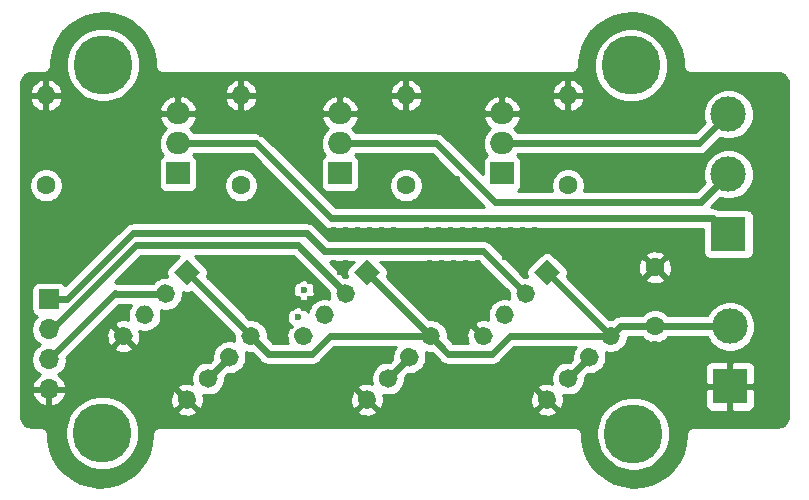
<source format=gbr>
%TF.GenerationSoftware,KiCad,Pcbnew,5.1.6-c6e7f7d~87~ubuntu18.04.1*%
%TF.CreationDate,2021-06-08T23:32:45+01:00*%
%TF.ProjectId,hp_led_driver,68705f6c-6564-45f6-9472-697665722e6b,rev?*%
%TF.SameCoordinates,Original*%
%TF.FileFunction,Copper,L2,Bot*%
%TF.FilePolarity,Positive*%
%FSLAX46Y46*%
G04 Gerber Fmt 4.6, Leading zero omitted, Abs format (unit mm)*
G04 Created by KiCad (PCBNEW 5.1.6-c6e7f7d~87~ubuntu18.04.1) date 2021-06-08 23:32:45*
%MOMM*%
%LPD*%
G01*
G04 APERTURE LIST*
%TA.AperFunction,ComponentPad*%
%ADD10C,0.100000*%
%TD*%
%TA.AperFunction,ComponentPad*%
%ADD11C,1.600000*%
%TD*%
%TA.AperFunction,ComponentPad*%
%ADD12O,1.600000X1.600000*%
%TD*%
%TA.AperFunction,ComponentPad*%
%ADD13R,3.000000X3.000000*%
%TD*%
%TA.AperFunction,ComponentPad*%
%ADD14C,3.000000*%
%TD*%
%TA.AperFunction,ComponentPad*%
%ADD15R,1.700000X1.700000*%
%TD*%
%TA.AperFunction,ComponentPad*%
%ADD16O,1.700000X1.700000*%
%TD*%
%TA.AperFunction,ComponentPad*%
%ADD17R,2.000000X1.905000*%
%TD*%
%TA.AperFunction,ComponentPad*%
%ADD18O,2.000000X1.905000*%
%TD*%
%TA.AperFunction,ComponentPad*%
%ADD19C,5.000000*%
%TD*%
%TA.AperFunction,ViaPad*%
%ADD20C,0.600000*%
%TD*%
%TA.AperFunction,Conductor*%
%ADD21C,0.600000*%
%TD*%
%TA.AperFunction,Conductor*%
%ADD22C,0.254000*%
%TD*%
G04 APERTURE END LIST*
%TO.P,U2,8*%
%TO.N,+5V*%
%TA.AperFunction,ComponentPad*%
G36*
G01*
X179828469Y-97024469D02*
X179828469Y-97024469D01*
G75*
G02*
X180959839Y-97024469I565685J-565685D01*
G01*
X180959839Y-97024469D01*
G75*
G02*
X180959839Y-98155839I-565685J-565685D01*
G01*
X180959839Y-98155839D01*
G75*
G02*
X179828469Y-98155839I-565685J565685D01*
G01*
X179828469Y-98155839D01*
G75*
G02*
X179828469Y-97024469I565685J565685D01*
G01*
G37*
%TD.AperFunction*%
%TO.P,U2,4*%
%TO.N,GND*%
%TA.AperFunction,ComponentPad*%
G36*
G01*
X169052161Y-97024469D02*
X169052161Y-97024469D01*
G75*
G02*
X170183531Y-97024469I565685J-565685D01*
G01*
X170183531Y-97024469D01*
G75*
G02*
X170183531Y-98155839I-565685J-565685D01*
G01*
X170183531Y-98155839D01*
G75*
G02*
X169052161Y-98155839I-565685J565685D01*
G01*
X169052161Y-98155839D01*
G75*
G02*
X169052161Y-97024469I565685J565685D01*
G01*
G37*
%TD.AperFunction*%
%TO.P,U2,7*%
%TO.N,Net-(Q2-Pad1)*%
%TA.AperFunction,ComponentPad*%
G36*
G01*
X178032417Y-98820520D02*
X178032417Y-98820520D01*
G75*
G02*
X179163787Y-98820520I565685J-565685D01*
G01*
X179163787Y-98820520D01*
G75*
G02*
X179163787Y-99951890I-565685J-565685D01*
G01*
X179163787Y-99951890D01*
G75*
G02*
X178032417Y-99951890I-565685J565685D01*
G01*
X178032417Y-99951890D01*
G75*
G02*
X178032417Y-98820520I565685J565685D01*
G01*
G37*
%TD.AperFunction*%
%TO.P,U2,3*%
%TO.N,Net-(U2-Pad3)*%
%TA.AperFunction,ComponentPad*%
G36*
G01*
X170848213Y-95228417D02*
X170848213Y-95228417D01*
G75*
G02*
X171979583Y-95228417I565685J-565685D01*
G01*
X171979583Y-95228417D01*
G75*
G02*
X171979583Y-96359787I-565685J-565685D01*
G01*
X171979583Y-96359787D01*
G75*
G02*
X170848213Y-96359787I-565685J565685D01*
G01*
X170848213Y-96359787D01*
G75*
G02*
X170848213Y-95228417I565685J565685D01*
G01*
G37*
%TD.AperFunction*%
%TO.P,U2,6*%
%TO.N,Net-(Q2-Pad1)*%
%TA.AperFunction,ComponentPad*%
G36*
G01*
X176236366Y-100616571D02*
X176236366Y-100616571D01*
G75*
G02*
X177367736Y-100616571I565685J-565685D01*
G01*
X177367736Y-100616571D01*
G75*
G02*
X177367736Y-101747941I-565685J-565685D01*
G01*
X177367736Y-101747941D01*
G75*
G02*
X176236366Y-101747941I-565685J565685D01*
G01*
X176236366Y-101747941D01*
G75*
G02*
X176236366Y-100616571I565685J565685D01*
G01*
G37*
%TD.AperFunction*%
%TO.P,U2,2*%
%TO.N,gpio_b*%
%TA.AperFunction,ComponentPad*%
G36*
G01*
X172644264Y-93432366D02*
X172644264Y-93432366D01*
G75*
G02*
X173775634Y-93432366I565685J-565685D01*
G01*
X173775634Y-93432366D01*
G75*
G02*
X173775634Y-94563736I-565685J-565685D01*
G01*
X173775634Y-94563736D01*
G75*
G02*
X172644264Y-94563736I-565685J565685D01*
G01*
X172644264Y-94563736D01*
G75*
G02*
X172644264Y-93432366I565685J565685D01*
G01*
G37*
%TD.AperFunction*%
%TO.P,U2,5*%
%TO.N,GND*%
%TA.AperFunction,ComponentPad*%
G36*
G01*
X174440315Y-102412622D02*
X174440315Y-102412622D01*
G75*
G02*
X175571685Y-102412622I565685J-565685D01*
G01*
X175571685Y-102412622D01*
G75*
G02*
X175571685Y-103543992I-565685J-565685D01*
G01*
X175571685Y-103543992D01*
G75*
G02*
X174440315Y-103543992I-565685J565685D01*
G01*
X174440315Y-103543992D01*
G75*
G02*
X174440315Y-102412622I565685J565685D01*
G01*
G37*
%TD.AperFunction*%
%TA.AperFunction,ComponentPad*%
D10*
%TO.P,U2,1*%
%TO.N,+5V*%
G36*
X173874629Y-92202000D02*
G01*
X175006000Y-91070629D01*
X176137371Y-92202000D01*
X175006000Y-93333371D01*
X173874629Y-92202000D01*
G37*
%TD.AperFunction*%
%TD*%
D11*
%TO.P,C1,1*%
%TO.N,+5V*%
X199390000Y-96774000D03*
%TO.P,C1,2*%
%TO.N,GND*%
X199390000Y-91774000D03*
%TD*%
D12*
%TO.P,R3,2*%
%TO.N,GND*%
X164338000Y-77216000D03*
D11*
%TO.P,R3,1*%
%TO.N,Net-(Q3-Pad1)*%
X164338000Y-84836000D03*
%TD*%
D12*
%TO.P,R2,2*%
%TO.N,GND*%
X178308000Y-77216000D03*
D11*
%TO.P,R2,1*%
%TO.N,Net-(Q2-Pad1)*%
X178308000Y-84836000D03*
%TD*%
D12*
%TO.P,R1,2*%
%TO.N,GND*%
X192024000Y-77216000D03*
D11*
%TO.P,R1,1*%
%TO.N,Net-(Q1-Pad1)*%
X192024000Y-84836000D03*
%TD*%
D13*
%TO.P,J1,1*%
%TO.N,gate_c*%
X205613000Y-88963500D03*
D14*
%TO.P,J1,2*%
%TO.N,gate_b*%
X205613000Y-83883500D03*
%TO.P,J1,3*%
%TO.N,gate_a*%
X205613000Y-78803500D03*
%TD*%
D15*
%TO.P,J2,1*%
%TO.N,gpio_a*%
X148082000Y-94488000D03*
D16*
%TO.P,J2,2*%
%TO.N,gpio_b*%
X148082000Y-97028000D03*
%TO.P,J2,3*%
%TO.N,gpio_c*%
X148082000Y-99568000D03*
%TO.P,J2,4*%
%TO.N,GND*%
X148082000Y-102108000D03*
%TD*%
D13*
%TO.P,J3,1*%
%TO.N,GND*%
X205740000Y-101854000D03*
D14*
%TO.P,J3,2*%
%TO.N,+5V*%
X205740000Y-96774000D03*
%TD*%
D17*
%TO.P,Q1,1*%
%TO.N,Net-(Q1-Pad1)*%
X186436000Y-83820000D03*
D18*
%TO.P,Q1,2*%
%TO.N,gate_a*%
X186436000Y-81280000D03*
%TO.P,Q1,3*%
%TO.N,GND*%
X186436000Y-78740000D03*
%TD*%
%TO.P,Q2,3*%
%TO.N,GND*%
X172720000Y-78740000D03*
%TO.P,Q2,2*%
%TO.N,gate_b*%
X172720000Y-81280000D03*
D17*
%TO.P,Q2,1*%
%TO.N,Net-(Q2-Pad1)*%
X172720000Y-83820000D03*
%TD*%
%TO.P,Q3,1*%
%TO.N,Net-(Q3-Pad1)*%
X159004000Y-83820000D03*
D18*
%TO.P,Q3,2*%
%TO.N,gate_c*%
X159004000Y-81280000D03*
%TO.P,Q3,3*%
%TO.N,GND*%
X159004000Y-78740000D03*
%TD*%
%TA.AperFunction,ComponentPad*%
D10*
%TO.P,U1,1*%
%TO.N,+5V*%
G36*
X189114629Y-92202000D02*
G01*
X190246000Y-91070629D01*
X191377371Y-92202000D01*
X190246000Y-93333371D01*
X189114629Y-92202000D01*
G37*
%TD.AperFunction*%
%TO.P,U1,5*%
%TO.N,GND*%
%TA.AperFunction,ComponentPad*%
G36*
G01*
X189680315Y-102412622D02*
X189680315Y-102412622D01*
G75*
G02*
X190811685Y-102412622I565685J-565685D01*
G01*
X190811685Y-102412622D01*
G75*
G02*
X190811685Y-103543992I-565685J-565685D01*
G01*
X190811685Y-103543992D01*
G75*
G02*
X189680315Y-103543992I-565685J565685D01*
G01*
X189680315Y-103543992D01*
G75*
G02*
X189680315Y-102412622I565685J565685D01*
G01*
G37*
%TD.AperFunction*%
%TO.P,U1,2*%
%TO.N,gpio_a*%
%TA.AperFunction,ComponentPad*%
G36*
G01*
X187884264Y-93432366D02*
X187884264Y-93432366D01*
G75*
G02*
X189015634Y-93432366I565685J-565685D01*
G01*
X189015634Y-93432366D01*
G75*
G02*
X189015634Y-94563736I-565685J-565685D01*
G01*
X189015634Y-94563736D01*
G75*
G02*
X187884264Y-94563736I-565685J565685D01*
G01*
X187884264Y-94563736D01*
G75*
G02*
X187884264Y-93432366I565685J565685D01*
G01*
G37*
%TD.AperFunction*%
%TO.P,U1,6*%
%TO.N,Net-(Q1-Pad1)*%
%TA.AperFunction,ComponentPad*%
G36*
G01*
X191476366Y-100616571D02*
X191476366Y-100616571D01*
G75*
G02*
X192607736Y-100616571I565685J-565685D01*
G01*
X192607736Y-100616571D01*
G75*
G02*
X192607736Y-101747941I-565685J-565685D01*
G01*
X192607736Y-101747941D01*
G75*
G02*
X191476366Y-101747941I-565685J565685D01*
G01*
X191476366Y-101747941D01*
G75*
G02*
X191476366Y-100616571I565685J565685D01*
G01*
G37*
%TD.AperFunction*%
%TO.P,U1,3*%
%TO.N,Net-(U1-Pad3)*%
%TA.AperFunction,ComponentPad*%
G36*
G01*
X186088213Y-95228417D02*
X186088213Y-95228417D01*
G75*
G02*
X187219583Y-95228417I565685J-565685D01*
G01*
X187219583Y-95228417D01*
G75*
G02*
X187219583Y-96359787I-565685J-565685D01*
G01*
X187219583Y-96359787D01*
G75*
G02*
X186088213Y-96359787I-565685J565685D01*
G01*
X186088213Y-96359787D01*
G75*
G02*
X186088213Y-95228417I565685J565685D01*
G01*
G37*
%TD.AperFunction*%
%TO.P,U1,7*%
%TO.N,Net-(Q1-Pad1)*%
%TA.AperFunction,ComponentPad*%
G36*
G01*
X193272417Y-98820520D02*
X193272417Y-98820520D01*
G75*
G02*
X194403787Y-98820520I565685J-565685D01*
G01*
X194403787Y-98820520D01*
G75*
G02*
X194403787Y-99951890I-565685J-565685D01*
G01*
X194403787Y-99951890D01*
G75*
G02*
X193272417Y-99951890I-565685J565685D01*
G01*
X193272417Y-99951890D01*
G75*
G02*
X193272417Y-98820520I565685J565685D01*
G01*
G37*
%TD.AperFunction*%
%TO.P,U1,4*%
%TO.N,GND*%
%TA.AperFunction,ComponentPad*%
G36*
G01*
X184292161Y-97024469D02*
X184292161Y-97024469D01*
G75*
G02*
X185423531Y-97024469I565685J-565685D01*
G01*
X185423531Y-97024469D01*
G75*
G02*
X185423531Y-98155839I-565685J-565685D01*
G01*
X185423531Y-98155839D01*
G75*
G02*
X184292161Y-98155839I-565685J565685D01*
G01*
X184292161Y-98155839D01*
G75*
G02*
X184292161Y-97024469I565685J565685D01*
G01*
G37*
%TD.AperFunction*%
%TO.P,U1,8*%
%TO.N,+5V*%
%TA.AperFunction,ComponentPad*%
G36*
G01*
X195068469Y-97024469D02*
X195068469Y-97024469D01*
G75*
G02*
X196199839Y-97024469I565685J-565685D01*
G01*
X196199839Y-97024469D01*
G75*
G02*
X196199839Y-98155839I-565685J-565685D01*
G01*
X196199839Y-98155839D01*
G75*
G02*
X195068469Y-98155839I-565685J565685D01*
G01*
X195068469Y-98155839D01*
G75*
G02*
X195068469Y-97024469I565685J565685D01*
G01*
G37*
%TD.AperFunction*%
%TD*%
%TA.AperFunction,ComponentPad*%
%TO.P,U3,1*%
%TO.N,+5V*%
G36*
X158634629Y-92202000D02*
G01*
X159766000Y-91070629D01*
X160897371Y-92202000D01*
X159766000Y-93333371D01*
X158634629Y-92202000D01*
G37*
%TD.AperFunction*%
%TO.P,U3,5*%
%TO.N,GND*%
%TA.AperFunction,ComponentPad*%
G36*
G01*
X159200315Y-102412622D02*
X159200315Y-102412622D01*
G75*
G02*
X160331685Y-102412622I565685J-565685D01*
G01*
X160331685Y-102412622D01*
G75*
G02*
X160331685Y-103543992I-565685J-565685D01*
G01*
X160331685Y-103543992D01*
G75*
G02*
X159200315Y-103543992I-565685J565685D01*
G01*
X159200315Y-103543992D01*
G75*
G02*
X159200315Y-102412622I565685J565685D01*
G01*
G37*
%TD.AperFunction*%
%TO.P,U3,2*%
%TO.N,gpio_c*%
%TA.AperFunction,ComponentPad*%
G36*
G01*
X157404264Y-93432366D02*
X157404264Y-93432366D01*
G75*
G02*
X158535634Y-93432366I565685J-565685D01*
G01*
X158535634Y-93432366D01*
G75*
G02*
X158535634Y-94563736I-565685J-565685D01*
G01*
X158535634Y-94563736D01*
G75*
G02*
X157404264Y-94563736I-565685J565685D01*
G01*
X157404264Y-94563736D01*
G75*
G02*
X157404264Y-93432366I565685J565685D01*
G01*
G37*
%TD.AperFunction*%
%TO.P,U3,6*%
%TO.N,Net-(Q3-Pad1)*%
%TA.AperFunction,ComponentPad*%
G36*
G01*
X160996366Y-100616571D02*
X160996366Y-100616571D01*
G75*
G02*
X162127736Y-100616571I565685J-565685D01*
G01*
X162127736Y-100616571D01*
G75*
G02*
X162127736Y-101747941I-565685J-565685D01*
G01*
X162127736Y-101747941D01*
G75*
G02*
X160996366Y-101747941I-565685J565685D01*
G01*
X160996366Y-101747941D01*
G75*
G02*
X160996366Y-100616571I565685J565685D01*
G01*
G37*
%TD.AperFunction*%
%TO.P,U3,3*%
%TO.N,Net-(U3-Pad3)*%
%TA.AperFunction,ComponentPad*%
G36*
G01*
X155608213Y-95228417D02*
X155608213Y-95228417D01*
G75*
G02*
X156739583Y-95228417I565685J-565685D01*
G01*
X156739583Y-95228417D01*
G75*
G02*
X156739583Y-96359787I-565685J-565685D01*
G01*
X156739583Y-96359787D01*
G75*
G02*
X155608213Y-96359787I-565685J565685D01*
G01*
X155608213Y-96359787D01*
G75*
G02*
X155608213Y-95228417I565685J565685D01*
G01*
G37*
%TD.AperFunction*%
%TO.P,U3,7*%
%TO.N,Net-(Q3-Pad1)*%
%TA.AperFunction,ComponentPad*%
G36*
G01*
X162792417Y-98820520D02*
X162792417Y-98820520D01*
G75*
G02*
X163923787Y-98820520I565685J-565685D01*
G01*
X163923787Y-98820520D01*
G75*
G02*
X163923787Y-99951890I-565685J-565685D01*
G01*
X163923787Y-99951890D01*
G75*
G02*
X162792417Y-99951890I-565685J565685D01*
G01*
X162792417Y-99951890D01*
G75*
G02*
X162792417Y-98820520I565685J565685D01*
G01*
G37*
%TD.AperFunction*%
%TO.P,U3,4*%
%TO.N,GND*%
%TA.AperFunction,ComponentPad*%
G36*
G01*
X153812161Y-97024469D02*
X153812161Y-97024469D01*
G75*
G02*
X154943531Y-97024469I565685J-565685D01*
G01*
X154943531Y-97024469D01*
G75*
G02*
X154943531Y-98155839I-565685J-565685D01*
G01*
X154943531Y-98155839D01*
G75*
G02*
X153812161Y-98155839I-565685J565685D01*
G01*
X153812161Y-98155839D01*
G75*
G02*
X153812161Y-97024469I565685J565685D01*
G01*
G37*
%TD.AperFunction*%
%TO.P,U3,8*%
%TO.N,+5V*%
%TA.AperFunction,ComponentPad*%
G36*
G01*
X164588469Y-97024469D02*
X164588469Y-97024469D01*
G75*
G02*
X165719839Y-97024469I565685J-565685D01*
G01*
X165719839Y-97024469D01*
G75*
G02*
X165719839Y-98155839I-565685J-565685D01*
G01*
X165719839Y-98155839D01*
G75*
G02*
X164588469Y-98155839I-565685J565685D01*
G01*
X164588469Y-98155839D01*
G75*
G02*
X164588469Y-97024469I565685J565685D01*
G01*
G37*
%TD.AperFunction*%
%TD*%
D11*
%TO.P,R4,1*%
%TO.N,Net-(D1-Pad1)*%
X147828000Y-84836000D03*
D12*
%TO.P,R4,2*%
%TO.N,GND*%
X147828000Y-77216000D03*
%TD*%
D19*
%TO.P,H1,1*%
%TO.N,N/C*%
X152590500Y-105791000D03*
%TD*%
%TO.P,H2,1*%
%TO.N,N/C*%
X197358000Y-74676000D03*
%TD*%
%TO.P,H3,1*%
%TO.N,N/C*%
X152654000Y-74612500D03*
%TD*%
%TO.P,H4,1*%
%TO.N,N/C*%
X197548500Y-105854500D03*
%TD*%
D20*
%TO.N,*%
X169672000Y-93726000D03*
X169164000Y-96012000D03*
%TO.N,GND*%
X195834000Y-79756000D03*
X196850000Y-79756000D03*
X197866000Y-79756000D03*
X198882000Y-79756000D03*
X199898000Y-79756000D03*
X200914000Y-79756000D03*
X201930000Y-79756000D03*
X196342000Y-78994000D03*
X197358000Y-78994000D03*
X198374000Y-78994000D03*
X199390000Y-78994000D03*
X200406000Y-78994000D03*
X201422000Y-78994000D03*
X200914000Y-78232000D03*
X197866000Y-78232000D03*
X195834000Y-78232000D03*
X196850000Y-78232000D03*
X199898000Y-78232000D03*
X198882000Y-78232000D03*
X201676000Y-83820000D03*
X198628000Y-83820000D03*
X197104000Y-84582000D03*
X199136000Y-84582000D03*
X201168000Y-83058000D03*
X201168000Y-84582000D03*
X196088000Y-84582000D03*
X200152000Y-84582000D03*
X197104000Y-83058000D03*
X198120000Y-83058000D03*
X196088000Y-83058000D03*
X196596000Y-83820000D03*
X199136000Y-83058000D03*
X197612000Y-83820000D03*
X200660000Y-83820000D03*
X200152000Y-83058000D03*
X202184000Y-84582000D03*
X199644000Y-83820000D03*
X198120000Y-84582000D03*
X202184000Y-83058000D03*
X202692000Y-83820000D03*
X203200000Y-83058000D03*
X203200000Y-84582000D03*
X194564000Y-83820000D03*
X194056000Y-83058000D03*
X195072000Y-84582000D03*
X194056000Y-84582000D03*
X195580000Y-83820000D03*
X195072000Y-83058000D03*
X196342000Y-89916000D03*
X201930000Y-90678000D03*
X195834000Y-89154000D03*
X196850000Y-90678000D03*
X195834000Y-90678000D03*
X195326000Y-89916000D03*
X193802000Y-89154000D03*
X197358000Y-89916000D03*
X202438000Y-89916000D03*
X196850000Y-89154000D03*
X201930000Y-89154000D03*
X202946000Y-90678000D03*
X197866000Y-89154000D03*
X201422000Y-89916000D03*
X202946000Y-89154000D03*
X194818000Y-89154000D03*
X198882000Y-89154000D03*
X200914000Y-89154000D03*
X199898000Y-89154000D03*
X196850000Y-92456000D03*
X195326000Y-93218000D03*
X202438000Y-93218000D03*
X196342000Y-91694000D03*
X197358000Y-93218000D03*
X196342000Y-93218000D03*
X201422000Y-93218000D03*
X195834000Y-92456000D03*
X202946000Y-92456000D03*
X202438000Y-91694000D03*
X203454000Y-93218000D03*
X201930000Y-92456000D03*
X203454000Y-91694000D03*
X195326000Y-91694000D03*
X197358000Y-94742000D03*
X195834000Y-95504000D03*
X199390000Y-94742000D03*
X202946000Y-95504000D03*
X201422000Y-94742000D03*
X196850000Y-93980000D03*
X195326000Y-94742000D03*
X197866000Y-95504000D03*
X196850000Y-95504000D03*
X201930000Y-95504000D03*
X196342000Y-94742000D03*
X198374000Y-94742000D03*
X203454000Y-94742000D03*
X197866000Y-93980000D03*
X202946000Y-93980000D03*
X198882000Y-93980000D03*
X200406000Y-94742000D03*
X202438000Y-94742000D03*
X203962000Y-93980000D03*
X195834000Y-93980000D03*
X199898000Y-93980000D03*
X201930000Y-93980000D03*
X200914000Y-95504000D03*
X200914000Y-93980000D03*
X194310000Y-89916000D03*
X196850000Y-99060000D03*
X198882000Y-99060000D03*
X199390000Y-99822000D03*
X202438000Y-99822000D03*
X200914000Y-99060000D03*
X197358000Y-99822000D03*
X196342000Y-99822000D03*
X201422000Y-99822000D03*
X197866000Y-99060000D03*
X202946000Y-99060000D03*
X197358000Y-98298000D03*
X202438000Y-98298000D03*
X203454000Y-99822000D03*
X198374000Y-98298000D03*
X199898000Y-99060000D03*
X201930000Y-99060000D03*
X198374000Y-99822000D03*
X203454000Y-98298000D03*
X199390000Y-98298000D03*
X201422000Y-98298000D03*
X200406000Y-99822000D03*
X200406000Y-98298000D03*
X198882000Y-100584000D03*
X196850000Y-102108000D03*
X199898000Y-102108000D03*
X202946000Y-100584000D03*
X196850000Y-100584000D03*
X201422000Y-101346000D03*
X201930000Y-100584000D03*
X200406000Y-101346000D03*
X197866000Y-102108000D03*
X198882000Y-102108000D03*
X195834000Y-102108000D03*
X198374000Y-101346000D03*
X202438000Y-101346000D03*
X196342000Y-101346000D03*
X200914000Y-100584000D03*
X197866000Y-100584000D03*
X202946000Y-102108000D03*
X199898000Y-100584000D03*
X201930000Y-102108000D03*
X200914000Y-102108000D03*
X199390000Y-101346000D03*
X197358000Y-101346000D03*
X203454000Y-101346000D03*
X203962000Y-99060000D03*
X195834000Y-100584000D03*
X195326000Y-101346000D03*
X194818000Y-102108000D03*
X195326000Y-102870000D03*
X199390000Y-102870000D03*
X200406000Y-102870000D03*
X201422000Y-102870000D03*
X202438000Y-102870000D03*
X203454000Y-102870000D03*
X194818000Y-79756000D03*
X193802000Y-79756000D03*
X194818000Y-78232000D03*
X193802000Y-78232000D03*
X194310000Y-78994000D03*
X195326000Y-78994000D03*
X201930000Y-78232000D03*
X202438000Y-78994000D03*
X202946000Y-78232000D03*
X202946000Y-79756000D03*
X183642000Y-89408000D03*
X181102000Y-88646000D03*
X183134000Y-88646000D03*
X181610000Y-89408000D03*
X184658000Y-89408000D03*
X185674000Y-89408000D03*
X180086000Y-88646000D03*
X186182000Y-88646000D03*
X182626000Y-89408000D03*
X185166000Y-88646000D03*
X182118000Y-88646000D03*
X184150000Y-88646000D03*
X180594000Y-89408000D03*
X179578000Y-89408000D03*
X188214000Y-90170000D03*
X187706000Y-89408000D03*
X187198000Y-88646000D03*
X187198000Y-90170000D03*
X188722000Y-89408000D03*
X188214000Y-88646000D03*
X189230000Y-88646000D03*
X186690000Y-89408000D03*
X186182000Y-90170000D03*
X186690000Y-90932000D03*
X187706000Y-90932000D03*
X185420000Y-92964000D03*
X181864000Y-93726000D03*
X181356000Y-92964000D03*
X180848000Y-92202000D03*
X179832000Y-92202000D03*
X181864000Y-92202000D03*
X180848000Y-93726000D03*
X184912000Y-92202000D03*
X184404000Y-91440000D03*
X185928000Y-93726000D03*
X181356000Y-91440000D03*
X184404000Y-92964000D03*
X180340000Y-91440000D03*
X182880000Y-92202000D03*
X182880000Y-93726000D03*
X183388000Y-91440000D03*
X182372000Y-92964000D03*
X183388000Y-92964000D03*
X182372000Y-91440000D03*
X183896000Y-93726000D03*
X180340000Y-92964000D03*
X183896000Y-92202000D03*
X179832000Y-93726000D03*
X183388000Y-96012000D03*
X180848000Y-95250000D03*
X183388000Y-94488000D03*
X181864000Y-95250000D03*
X182372000Y-96012000D03*
X182880000Y-95250000D03*
X182372000Y-94488000D03*
X180340000Y-94488000D03*
X181356000Y-94488000D03*
X181356000Y-96012000D03*
X183896000Y-95250000D03*
X184404000Y-94488000D03*
X185420000Y-94488000D03*
X184912000Y-95250000D03*
X182880000Y-96774000D03*
X181864000Y-96774000D03*
X182372000Y-97536000D03*
X169164000Y-92964000D03*
X170180000Y-92964000D03*
X168148000Y-96012000D03*
X167132000Y-96012000D03*
X167640000Y-93726000D03*
X166624000Y-92202000D03*
X165608000Y-92202000D03*
X169672000Y-92202000D03*
X166624000Y-95250000D03*
X168148000Y-94488000D03*
X165100000Y-94488000D03*
X167640000Y-92202000D03*
X165608000Y-93726000D03*
X167640000Y-96774000D03*
X168656000Y-93726000D03*
X169164000Y-94488000D03*
X167132000Y-92964000D03*
X168148000Y-92964000D03*
X168656000Y-92202000D03*
X166116000Y-92964000D03*
X168656000Y-95250000D03*
X167132000Y-94488000D03*
X165608000Y-95250000D03*
X167640000Y-95250000D03*
X170688000Y-93726000D03*
X166116000Y-94488000D03*
X165100000Y-92964000D03*
X166624000Y-93726000D03*
X170180000Y-94488000D03*
X169672000Y-95250000D03*
X167132000Y-91440000D03*
X166116000Y-91440000D03*
X172720000Y-92202000D03*
X173736000Y-89408000D03*
X172212000Y-91440000D03*
X168148000Y-91440000D03*
X172720000Y-89408000D03*
X172212000Y-88646000D03*
X169164000Y-91440000D03*
X173228000Y-91440000D03*
X165100000Y-91440000D03*
X181864000Y-101346000D03*
X180340000Y-100584000D03*
X180340000Y-102108000D03*
X182372000Y-102108000D03*
X182880000Y-102870000D03*
X179832000Y-102870000D03*
X180848000Y-99822000D03*
X179324000Y-103632000D03*
X183388000Y-100584000D03*
X179832000Y-101346000D03*
X179324000Y-102108000D03*
X180848000Y-102870000D03*
X183896000Y-102870000D03*
X183388000Y-102108000D03*
X181356000Y-102108000D03*
X181864000Y-102870000D03*
X183896000Y-101346000D03*
X183388000Y-103632000D03*
X180848000Y-101346000D03*
X182880000Y-101346000D03*
X182372000Y-100584000D03*
X181356000Y-100584000D03*
X164592000Y-102362000D03*
X167132000Y-101600000D03*
X165608000Y-100838000D03*
X165608000Y-102362000D03*
X166116000Y-101600000D03*
X167640000Y-102362000D03*
X167640000Y-100838000D03*
X166624000Y-100838000D03*
X165100000Y-101600000D03*
X166624000Y-102362000D03*
X157226000Y-92202000D03*
X156210000Y-92202000D03*
X155702000Y-91440000D03*
X155194000Y-92202000D03*
X156718000Y-91440000D03*
X155702000Y-92964000D03*
X168656000Y-86106000D03*
X167132000Y-85344000D03*
X168148000Y-86868000D03*
X167132000Y-86868000D03*
X166116000Y-85344000D03*
X167640000Y-86106000D03*
X166624000Y-86106000D03*
X168148000Y-85344000D03*
X168148000Y-78994000D03*
X167640000Y-78232000D03*
X167132000Y-78994000D03*
X168656000Y-79756000D03*
X166624000Y-78232000D03*
X167132000Y-80518000D03*
X167640000Y-79756000D03*
X166624000Y-79756000D03*
X168148000Y-80518000D03*
X166116000Y-86868000D03*
X165608000Y-86106000D03*
X182626000Y-79756000D03*
X181102000Y-78994000D03*
X180594000Y-79756000D03*
X182118000Y-78994000D03*
X181610000Y-78232000D03*
X181610000Y-79756000D03*
X180594000Y-78232000D03*
X182118000Y-80518000D03*
X182118000Y-86614000D03*
X181102000Y-86614000D03*
X181610000Y-85852000D03*
X180594000Y-85852000D03*
X151638000Y-85598000D03*
X154178000Y-86360000D03*
X150114000Y-84836000D03*
X150622000Y-85598000D03*
X153670000Y-85598000D03*
X151130000Y-86360000D03*
X153162000Y-84836000D03*
X152654000Y-85598000D03*
X154178000Y-84836000D03*
X150114000Y-86360000D03*
X151130000Y-84836000D03*
X152146000Y-86360000D03*
X152146000Y-84836000D03*
X153162000Y-86360000D03*
X150622000Y-84074000D03*
X153162000Y-83312000D03*
X152654000Y-82550000D03*
X153670000Y-82550000D03*
X151638000Y-84074000D03*
X150114000Y-83312000D03*
X150622000Y-82550000D03*
X149606000Y-84074000D03*
X152146000Y-83312000D03*
X149606000Y-82550000D03*
X152654000Y-84074000D03*
X151638000Y-82550000D03*
X151130000Y-83312000D03*
X153670000Y-84074000D03*
X153162000Y-80264000D03*
X152654000Y-81026000D03*
X151130000Y-80264000D03*
X150114000Y-80264000D03*
X150114000Y-81788000D03*
X150622000Y-81026000D03*
X151130000Y-81788000D03*
X153670000Y-81026000D03*
X151638000Y-81026000D03*
X153162000Y-81788000D03*
X154178000Y-80264000D03*
X152146000Y-80264000D03*
X152146000Y-81788000D03*
X154178000Y-81788000D03*
X152146000Y-78740000D03*
X153670000Y-79502000D03*
X150622000Y-79502000D03*
X150114000Y-78740000D03*
X149606000Y-77978000D03*
X151638000Y-77978000D03*
X150622000Y-77978000D03*
X153162000Y-78740000D03*
X151130000Y-78740000D03*
X153670000Y-77978000D03*
X152654000Y-79502000D03*
X152654000Y-77978000D03*
X149606000Y-79502000D03*
X151638000Y-79502000D03*
X151638000Y-79502000D03*
X153670000Y-77978000D03*
X152654000Y-82550000D03*
X153670000Y-85598000D03*
X152654000Y-81026000D03*
X154178000Y-81788000D03*
X153162000Y-84836000D03*
X152654000Y-77978000D03*
X152146000Y-83312000D03*
X154178000Y-84836000D03*
X152146000Y-86360000D03*
X152146000Y-80264000D03*
X152146000Y-78740000D03*
X153670000Y-81026000D03*
X152654000Y-79502000D03*
X151638000Y-81026000D03*
X153670000Y-79502000D03*
X152654000Y-85598000D03*
X153162000Y-78740000D03*
X154178000Y-80264000D03*
X151638000Y-77978000D03*
X153162000Y-81788000D03*
X153162000Y-83312000D03*
X153162000Y-86360000D03*
X153162000Y-80264000D03*
X152146000Y-84836000D03*
X152654000Y-84074000D03*
X153670000Y-82550000D03*
X151638000Y-82550000D03*
X151638000Y-85598000D03*
X151638000Y-84074000D03*
X152146000Y-81788000D03*
X153670000Y-84074000D03*
X154178000Y-86360000D03*
X155194000Y-78740000D03*
X155194000Y-80264000D03*
X156718000Y-85598000D03*
X155702000Y-81026000D03*
X156718000Y-77978000D03*
X156210000Y-81788000D03*
X156210000Y-80264000D03*
X156718000Y-84074000D03*
X156210000Y-77216000D03*
X155702000Y-82550000D03*
X155194000Y-81788000D03*
X155194000Y-78740000D03*
X155702000Y-77978000D03*
X155702000Y-85598000D03*
X155702000Y-79502000D03*
X155702000Y-77978000D03*
X156210000Y-78740000D03*
X156718000Y-84074000D03*
X155194000Y-80264000D03*
X156210000Y-80264000D03*
X155702000Y-85598000D03*
X155194000Y-84836000D03*
X155702000Y-84074000D03*
X156210000Y-84836000D03*
X156718000Y-77978000D03*
X155702000Y-82550000D03*
X155194000Y-83312000D03*
X155194000Y-77216000D03*
X156210000Y-83312000D03*
X156718000Y-82550000D03*
X156718000Y-81026000D03*
X156718000Y-82550000D03*
X155702000Y-79502000D03*
X156718000Y-79502000D03*
X156718000Y-85598000D03*
X156718000Y-79502000D03*
X155702000Y-84074000D03*
X156210000Y-84836000D03*
X156210000Y-77216000D03*
X156210000Y-81788000D03*
X156210000Y-83312000D03*
X155194000Y-77216000D03*
X155194000Y-81788000D03*
X155194000Y-84836000D03*
X155194000Y-83312000D03*
X155702000Y-81026000D03*
X156210000Y-78740000D03*
X156718000Y-81026000D03*
X154178000Y-78740000D03*
X154686000Y-77978000D03*
X154686000Y-79502000D03*
X154686000Y-81026000D03*
X154686000Y-82550000D03*
X154178000Y-83312000D03*
X154686000Y-84074000D03*
X154686000Y-85598000D03*
X161798000Y-79756000D03*
X161290000Y-78994000D03*
X173228000Y-88646000D03*
X174244000Y-88646000D03*
X161798000Y-87122000D03*
X160274000Y-87884000D03*
X163322000Y-87884000D03*
X159766000Y-87122000D03*
X160782000Y-87122000D03*
X160274000Y-87884000D03*
X163322000Y-86360000D03*
X162306000Y-87884000D03*
X157226000Y-87884000D03*
X157734000Y-87122000D03*
X162306000Y-87884000D03*
X161290000Y-86360000D03*
X162814000Y-87122000D03*
X159766000Y-87122000D03*
X162306000Y-86360000D03*
X161290000Y-87884000D03*
X158242000Y-87884000D03*
X158750000Y-87122000D03*
X159258000Y-87884000D03*
X156718000Y-87122000D03*
X161798000Y-87122000D03*
X158750000Y-87122000D03*
X162306000Y-86360000D03*
X162814000Y-87122000D03*
X159258000Y-87884000D03*
X163322000Y-87884000D03*
X163322000Y-86360000D03*
X158242000Y-87884000D03*
X160782000Y-87122000D03*
X156210000Y-87884000D03*
X154178000Y-87884000D03*
X155194000Y-87884000D03*
X153670000Y-87122000D03*
X153162000Y-87884000D03*
X155194000Y-87884000D03*
X154686000Y-87122000D03*
X155702000Y-87122000D03*
X156210000Y-87884000D03*
X155702000Y-87122000D03*
X154686000Y-87122000D03*
X155194000Y-86360000D03*
X152654000Y-87122000D03*
X151638000Y-87122000D03*
X150622000Y-87122000D03*
X149606000Y-87122000D03*
X149606000Y-85598000D03*
X152146000Y-87884000D03*
X156718000Y-92964000D03*
X154686000Y-92964000D03*
X178816000Y-102870000D03*
X180340000Y-103632000D03*
X181356000Y-103632000D03*
X182372000Y-103632000D03*
X184404000Y-103632000D03*
X184404000Y-102108000D03*
X184912000Y-102870000D03*
X185420000Y-103632000D03*
X184404000Y-100584000D03*
X184912000Y-101346000D03*
X185420000Y-102108000D03*
X185928000Y-102870000D03*
X186436000Y-103632000D03*
X178308000Y-103632000D03*
X196342000Y-102870000D03*
X194310000Y-102870000D03*
X188722000Y-78232000D03*
X189230000Y-78994000D03*
X189738000Y-79756000D03*
X188722000Y-79756000D03*
X189738000Y-78232000D03*
X190754000Y-78232000D03*
X192786000Y-79756000D03*
X190246000Y-78994000D03*
X190754000Y-79756000D03*
X193294000Y-78994000D03*
X191770000Y-79756000D03*
X192278000Y-78994000D03*
X191262000Y-78994000D03*
X176784000Y-77978000D03*
X174752000Y-77978000D03*
X175768000Y-77978000D03*
X175260000Y-78740000D03*
X174244000Y-80264000D03*
X174752000Y-79502000D03*
X176276000Y-80264000D03*
X175260000Y-78740000D03*
X175768000Y-79502000D03*
X175260000Y-80264000D03*
X161798000Y-78232000D03*
X161290000Y-77470000D03*
X161798000Y-76708000D03*
X161290000Y-75946000D03*
X166624000Y-76708000D03*
X167132000Y-77470000D03*
X168148000Y-77470000D03*
X168656000Y-78232000D03*
X168656000Y-76708000D03*
X167640000Y-76708000D03*
X167132000Y-75946000D03*
X168148000Y-75946000D03*
X176276000Y-88646000D03*
X175768000Y-89408000D03*
X174752000Y-89408000D03*
X175260000Y-88646000D03*
X176784000Y-89408000D03*
X177292000Y-88646000D03*
X184912000Y-93726000D03*
X162306000Y-75946000D03*
X162306000Y-77470000D03*
X162306000Y-78994000D03*
X166116000Y-80518000D03*
X166116000Y-78994000D03*
X166116000Y-77470000D03*
X166116000Y-75946000D03*
X169164000Y-80518000D03*
X169164000Y-78994000D03*
X169164000Y-77470000D03*
X169164000Y-75946000D03*
X165608000Y-87630000D03*
X166624000Y-87630000D03*
X167640000Y-87630000D03*
X168656000Y-87630000D03*
X169164000Y-86868000D03*
X169672000Y-87630000D03*
X180086000Y-78994000D03*
X181102000Y-77470000D03*
X180594000Y-76708000D03*
X181610000Y-76708000D03*
X182118000Y-77470000D03*
X182626000Y-78232000D03*
X182626000Y-76708000D03*
X182118000Y-75946000D03*
X181102000Y-75946000D03*
X180086000Y-75946000D03*
X183134000Y-75946000D03*
X183134000Y-77470000D03*
X183134000Y-78994000D03*
X183134000Y-80518000D03*
X182626000Y-81280000D03*
X180086000Y-86614000D03*
X180086000Y-85090000D03*
X181102000Y-85090000D03*
X182118000Y-85090000D03*
X182626000Y-85852000D03*
X183134000Y-85090000D03*
X183134000Y-86614000D03*
X180594000Y-84328000D03*
X181610000Y-84328000D03*
X180086000Y-83566000D03*
X181102000Y-83566000D03*
X182626000Y-84328000D03*
X176276000Y-78740000D03*
X175260000Y-77216000D03*
X176276000Y-77216000D03*
X174244000Y-77216000D03*
X174752000Y-76454000D03*
X175768000Y-76454000D03*
X176784000Y-76454000D03*
X156210000Y-86360000D03*
X157226000Y-86360000D03*
X158242000Y-86360000D03*
X159258000Y-86360000D03*
X160274000Y-86360000D03*
%TD*%
D21*
%TO.N,gate_c*%
X165623498Y-81280000D02*
X171973498Y-87630000D01*
X204279500Y-87630000D02*
X205613000Y-88963500D01*
X171973498Y-87630000D02*
X204279500Y-87630000D01*
X165623498Y-81280000D02*
X159004000Y-81280000D01*
%TO.N,gate_b*%
X203260499Y-86236001D02*
X205613000Y-83883500D01*
X180863498Y-81280000D02*
X185819499Y-86236001D01*
X185819499Y-86236001D02*
X203260499Y-86236001D01*
X180863498Y-81280000D02*
X172720000Y-81280000D01*
%TO.N,gate_a*%
X203136500Y-81280000D02*
X205613000Y-78803500D01*
X186436000Y-81280000D02*
X203136500Y-81280000D01*
%TO.N,gpio_a*%
X184822517Y-90370619D02*
X188449949Y-93998051D01*
X171396619Y-90370619D02*
X184822517Y-90370619D01*
X169926000Y-88900000D02*
X171396619Y-90370619D01*
X169926000Y-88900000D02*
X155194000Y-88900000D01*
X149606000Y-94488000D02*
X148082000Y-94488000D01*
X155194000Y-88900000D02*
X149606000Y-94488000D01*
%TO.N,gpio_b*%
X173209949Y-93998051D02*
X169127898Y-89916000D01*
X148338806Y-97028000D02*
X148082000Y-97028000D01*
X155450806Y-89916000D02*
X148338806Y-97028000D01*
X169127898Y-89916000D02*
X155450806Y-89916000D01*
%TO.N,gpio_c*%
X157951898Y-93980000D02*
X157969949Y-93998051D01*
X148082000Y-99568000D02*
X153670000Y-93980000D01*
X153688051Y-93998051D02*
X157969949Y-93998051D01*
X153670000Y-93980000D02*
X153688051Y-93998051D01*
%TO.N,+5V*%
X196450308Y-96774000D02*
X195634154Y-97590154D01*
X205740000Y-96774000D02*
X196450308Y-96774000D01*
X195634154Y-97590154D02*
X190246000Y-92202000D01*
X181894155Y-99090155D02*
X175006000Y-92202000D01*
X185577847Y-99090155D02*
X181894155Y-99090155D01*
X187077848Y-97590154D02*
X185577847Y-99090155D01*
X195634154Y-97590154D02*
X187077848Y-97590154D01*
X166654155Y-99090155D02*
X165154154Y-97590154D01*
X170337847Y-99090155D02*
X166654155Y-99090155D01*
X171837848Y-97590154D02*
X170337847Y-99090155D01*
X180394154Y-97590154D02*
X171837848Y-97590154D01*
X165154154Y-97590154D02*
X159766000Y-92202000D01*
%TO.N,Net-(Q1-Pad1)*%
X192042051Y-101182256D02*
X193838102Y-99386205D01*
%TO.N,Net-(Q2-Pad1)*%
X176802051Y-101182256D02*
X178598102Y-99386205D01*
%TO.N,Net-(Q3-Pad1)*%
X163358102Y-99386205D02*
X161562051Y-101182256D01*
%TD*%
D22*
%TO.N,GND*%
G36*
X198276428Y-70355154D02*
G01*
X199027065Y-70586080D01*
X199724947Y-70946284D01*
X200348019Y-71424384D01*
X200876571Y-72005256D01*
X201293912Y-72670554D01*
X201586841Y-73399238D01*
X201748218Y-74178496D01*
X201776129Y-74662574D01*
X201774807Y-74676000D01*
X201787550Y-74805383D01*
X201825290Y-74929793D01*
X201886575Y-75044450D01*
X201969052Y-75144948D01*
X202069550Y-75227425D01*
X202184207Y-75288710D01*
X202308617Y-75326450D01*
X202405581Y-75336000D01*
X209771723Y-75336000D01*
X209971200Y-75355559D01*
X210132041Y-75404120D01*
X210280378Y-75482992D01*
X210410574Y-75589176D01*
X210517664Y-75718626D01*
X210597572Y-75866414D01*
X210647252Y-76026902D01*
X210668000Y-76224306D01*
X210668001Y-104361713D01*
X210648441Y-104561204D01*
X210599881Y-104722040D01*
X210521008Y-104870378D01*
X210414822Y-105000575D01*
X210285372Y-105107665D01*
X210137586Y-105187572D01*
X209977094Y-105237253D01*
X209779695Y-105258000D01*
X202659581Y-105258000D01*
X202562617Y-105267550D01*
X202438207Y-105305290D01*
X202323550Y-105366575D01*
X202223052Y-105449052D01*
X202140575Y-105549550D01*
X202079290Y-105664207D01*
X202041550Y-105788617D01*
X202028807Y-105918000D01*
X202029106Y-105921035D01*
X201959563Y-106700249D01*
X201752328Y-107457774D01*
X201414221Y-108166627D01*
X200955928Y-108804410D01*
X200391945Y-109350946D01*
X199740085Y-109788978D01*
X199020963Y-110104651D01*
X198257308Y-110287987D01*
X197473245Y-110333196D01*
X196693577Y-110238847D01*
X195942936Y-110007921D01*
X195245050Y-109647714D01*
X194621984Y-109169618D01*
X194093427Y-108588743D01*
X193676088Y-107923446D01*
X193383159Y-107194762D01*
X193221782Y-106415504D01*
X193193871Y-105931426D01*
X193195193Y-105918000D01*
X193182450Y-105788617D01*
X193144710Y-105664207D01*
X193083425Y-105549550D01*
X193080290Y-105545729D01*
X194413500Y-105545729D01*
X194413500Y-106163271D01*
X194533976Y-106768946D01*
X194770299Y-107339479D01*
X195113386Y-107852946D01*
X195550054Y-108289614D01*
X196063521Y-108632701D01*
X196634054Y-108869024D01*
X197239729Y-108989500D01*
X197857271Y-108989500D01*
X198462946Y-108869024D01*
X199033479Y-108632701D01*
X199546946Y-108289614D01*
X199983614Y-107852946D01*
X200326701Y-107339479D01*
X200563024Y-106768946D01*
X200683500Y-106163271D01*
X200683500Y-105545729D01*
X200563024Y-104940054D01*
X200326701Y-104369521D01*
X199983614Y-103856054D01*
X199546946Y-103419386D01*
X199449089Y-103354000D01*
X203601928Y-103354000D01*
X203614188Y-103478482D01*
X203650498Y-103598180D01*
X203709463Y-103708494D01*
X203788815Y-103805185D01*
X203885506Y-103884537D01*
X203995820Y-103943502D01*
X204115518Y-103979812D01*
X204240000Y-103992072D01*
X205454250Y-103989000D01*
X205613000Y-103830250D01*
X205613000Y-101981000D01*
X205867000Y-101981000D01*
X205867000Y-103830250D01*
X206025750Y-103989000D01*
X207240000Y-103992072D01*
X207364482Y-103979812D01*
X207484180Y-103943502D01*
X207594494Y-103884537D01*
X207691185Y-103805185D01*
X207770537Y-103708494D01*
X207829502Y-103598180D01*
X207865812Y-103478482D01*
X207878072Y-103354000D01*
X207875000Y-102139750D01*
X207716250Y-101981000D01*
X205867000Y-101981000D01*
X205613000Y-101981000D01*
X203763750Y-101981000D01*
X203605000Y-102139750D01*
X203601928Y-103354000D01*
X199449089Y-103354000D01*
X199033479Y-103076299D01*
X198462946Y-102839976D01*
X197857271Y-102719500D01*
X197239729Y-102719500D01*
X196634054Y-102839976D01*
X196063521Y-103076299D01*
X195550054Y-103419386D01*
X195113386Y-103856054D01*
X194770299Y-104369521D01*
X194533976Y-104940054D01*
X194413500Y-105545729D01*
X193080290Y-105545729D01*
X193000948Y-105449052D01*
X192900450Y-105366575D01*
X192785793Y-105305290D01*
X192661383Y-105267550D01*
X192564419Y-105258000D01*
X157447581Y-105258000D01*
X157350617Y-105267550D01*
X157226207Y-105305290D01*
X157111550Y-105366575D01*
X157011052Y-105449052D01*
X156928575Y-105549550D01*
X156867290Y-105664207D01*
X156829550Y-105788617D01*
X156816807Y-105918000D01*
X156817106Y-105921035D01*
X156747563Y-106700249D01*
X156540328Y-107457774D01*
X156202221Y-108166627D01*
X155743928Y-108804410D01*
X155179945Y-109350946D01*
X154528085Y-109788978D01*
X153808963Y-110104651D01*
X153045308Y-110287987D01*
X152261245Y-110333196D01*
X151481577Y-110238847D01*
X150730936Y-110007921D01*
X150033050Y-109647714D01*
X149409984Y-109169618D01*
X148881427Y-108588743D01*
X148464088Y-107923446D01*
X148171159Y-107194762D01*
X148009782Y-106415504D01*
X147981871Y-105931426D01*
X147983193Y-105918000D01*
X147970450Y-105788617D01*
X147932710Y-105664207D01*
X147871425Y-105549550D01*
X147816176Y-105482229D01*
X149455500Y-105482229D01*
X149455500Y-106099771D01*
X149575976Y-106705446D01*
X149812299Y-107275979D01*
X150155386Y-107789446D01*
X150592054Y-108226114D01*
X151105521Y-108569201D01*
X151676054Y-108805524D01*
X152281729Y-108926000D01*
X152899271Y-108926000D01*
X153504946Y-108805524D01*
X154075479Y-108569201D01*
X154588946Y-108226114D01*
X155025614Y-107789446D01*
X155368701Y-107275979D01*
X155605024Y-106705446D01*
X155725500Y-106099771D01*
X155725500Y-105482229D01*
X155605024Y-104876554D01*
X155368701Y-104306021D01*
X155141892Y-103966576D01*
X158957336Y-103966576D01*
X159028580Y-104209344D01*
X159282912Y-104329553D01*
X159555810Y-104397835D01*
X159836785Y-104411565D01*
X160115040Y-104370216D01*
X160379881Y-104275376D01*
X160503417Y-104209340D01*
X160574017Y-103966576D01*
X174197336Y-103966576D01*
X174268580Y-104209344D01*
X174522912Y-104329553D01*
X174795810Y-104397835D01*
X175076785Y-104411565D01*
X175355040Y-104370216D01*
X175619881Y-104275376D01*
X175743417Y-104209340D01*
X175814017Y-103966576D01*
X189437336Y-103966576D01*
X189508580Y-104209344D01*
X189762912Y-104329553D01*
X190035810Y-104397835D01*
X190316785Y-104411565D01*
X190595040Y-104370216D01*
X190859881Y-104275376D01*
X190983417Y-104209340D01*
X191054163Y-103966075D01*
X190246000Y-103157912D01*
X189437336Y-103966576D01*
X175814017Y-103966576D01*
X175814163Y-103966075D01*
X175006000Y-103157912D01*
X174197336Y-103966576D01*
X160574017Y-103966576D01*
X160574163Y-103966075D01*
X159766000Y-103157912D01*
X158957336Y-103966576D01*
X155141892Y-103966576D01*
X155025614Y-103792554D01*
X154588946Y-103355886D01*
X154075479Y-103012799D01*
X153821319Y-102907522D01*
X158332742Y-102907522D01*
X158346472Y-103188497D01*
X158414754Y-103461395D01*
X158534963Y-103715727D01*
X158777731Y-103786971D01*
X159586395Y-102978307D01*
X158778232Y-102170144D01*
X158534967Y-102240890D01*
X158468931Y-102364426D01*
X158374091Y-102629267D01*
X158332742Y-102907522D01*
X153821319Y-102907522D01*
X153504946Y-102776476D01*
X152899271Y-102656000D01*
X152281729Y-102656000D01*
X151676054Y-102776476D01*
X151105521Y-103012799D01*
X150592054Y-103355886D01*
X150155386Y-103792554D01*
X149812299Y-104306021D01*
X149575976Y-104876554D01*
X149455500Y-105482229D01*
X147816176Y-105482229D01*
X147788948Y-105449052D01*
X147688450Y-105366575D01*
X147573793Y-105305290D01*
X147449383Y-105267550D01*
X147352419Y-105258000D01*
X146590277Y-105258000D01*
X146390796Y-105238441D01*
X146229960Y-105189881D01*
X146081622Y-105111008D01*
X145951425Y-105004822D01*
X145844335Y-104875372D01*
X145764428Y-104727586D01*
X145714747Y-104567094D01*
X145694000Y-104369695D01*
X145694000Y-102464890D01*
X146640524Y-102464890D01*
X146685175Y-102612099D01*
X146810359Y-102874920D01*
X146984412Y-103108269D01*
X147200645Y-103303178D01*
X147450748Y-103452157D01*
X147725109Y-103549481D01*
X147955000Y-103428814D01*
X147955000Y-102235000D01*
X148209000Y-102235000D01*
X148209000Y-103428814D01*
X148438891Y-103549481D01*
X148713252Y-103452157D01*
X148963355Y-103303178D01*
X149179588Y-103108269D01*
X149353641Y-102874920D01*
X149478825Y-102612099D01*
X149523476Y-102464890D01*
X149402155Y-102235000D01*
X148209000Y-102235000D01*
X147955000Y-102235000D01*
X146761845Y-102235000D01*
X146640524Y-102464890D01*
X145694000Y-102464890D01*
X145694000Y-93638000D01*
X146593928Y-93638000D01*
X146593928Y-95338000D01*
X146606188Y-95462482D01*
X146642498Y-95582180D01*
X146701463Y-95692494D01*
X146780815Y-95789185D01*
X146877506Y-95868537D01*
X146987820Y-95927502D01*
X147060380Y-95949513D01*
X146928525Y-96081368D01*
X146766010Y-96324589D01*
X146654068Y-96594842D01*
X146597000Y-96881740D01*
X146597000Y-97174260D01*
X146654068Y-97461158D01*
X146766010Y-97731411D01*
X146928525Y-97974632D01*
X147135368Y-98181475D01*
X147309760Y-98298000D01*
X147135368Y-98414525D01*
X146928525Y-98621368D01*
X146766010Y-98864589D01*
X146654068Y-99134842D01*
X146597000Y-99421740D01*
X146597000Y-99714260D01*
X146654068Y-100001158D01*
X146766010Y-100271411D01*
X146928525Y-100514632D01*
X147135368Y-100721475D01*
X147317534Y-100843195D01*
X147200645Y-100912822D01*
X146984412Y-101107731D01*
X146810359Y-101341080D01*
X146685175Y-101603901D01*
X146640524Y-101751110D01*
X146761845Y-101981000D01*
X147955000Y-101981000D01*
X147955000Y-101961000D01*
X148209000Y-101961000D01*
X148209000Y-101981000D01*
X149402155Y-101981000D01*
X149523476Y-101751110D01*
X149478825Y-101603901D01*
X149353641Y-101341080D01*
X149179588Y-101107731D01*
X148963355Y-100912822D01*
X148846466Y-100843195D01*
X149028632Y-100721475D01*
X149235475Y-100514632D01*
X149397990Y-100271411D01*
X149509932Y-100001158D01*
X149567000Y-99714260D01*
X149567000Y-99421740D01*
X149564271Y-99408019D01*
X150393867Y-98578423D01*
X153569182Y-98578423D01*
X153640426Y-98821191D01*
X153894758Y-98941400D01*
X154167656Y-99009682D01*
X154448631Y-99023412D01*
X154726886Y-98982063D01*
X154991727Y-98887223D01*
X155115263Y-98821187D01*
X155186009Y-98577922D01*
X154377846Y-97769759D01*
X153569182Y-98578423D01*
X150393867Y-98578423D01*
X151452921Y-97519369D01*
X152944588Y-97519369D01*
X152958318Y-97800344D01*
X153026600Y-98073242D01*
X153146809Y-98327574D01*
X153389577Y-98398818D01*
X154198241Y-97590154D01*
X153390078Y-96781991D01*
X153146813Y-96852737D01*
X153080777Y-96976273D01*
X152985937Y-97241114D01*
X152944588Y-97519369D01*
X151452921Y-97519369D01*
X154039239Y-94933051D01*
X155023375Y-94933051D01*
X154902218Y-95114375D01*
X154794045Y-95375528D01*
X154738898Y-95652767D01*
X154738898Y-95935437D01*
X154794045Y-96212676D01*
X154798433Y-96223270D01*
X154588036Y-96170626D01*
X154307061Y-96156896D01*
X154028806Y-96198245D01*
X153763965Y-96293085D01*
X153640429Y-96359121D01*
X153569683Y-96602386D01*
X154377846Y-97410549D01*
X154391989Y-97396407D01*
X154571594Y-97576012D01*
X154557451Y-97590154D01*
X155365614Y-98398317D01*
X155608879Y-98327571D01*
X155674915Y-98204035D01*
X155769755Y-97939194D01*
X155811104Y-97660939D01*
X155797374Y-97379964D01*
X155744730Y-97169567D01*
X155755324Y-97173955D01*
X156032563Y-97229102D01*
X156315233Y-97229102D01*
X156592472Y-97173955D01*
X156853625Y-97065782D01*
X157088657Y-96908739D01*
X157288535Y-96708861D01*
X157445578Y-96473829D01*
X157553751Y-96212676D01*
X157608898Y-95935437D01*
X157608898Y-95652767D01*
X157554341Y-95378494D01*
X157828614Y-95433051D01*
X158111284Y-95433051D01*
X158388523Y-95377904D01*
X158649676Y-95269731D01*
X158884708Y-95112688D01*
X159084586Y-94912810D01*
X159241629Y-94677778D01*
X159349802Y-94416625D01*
X159404949Y-94139386D01*
X159404949Y-93858527D01*
X159411506Y-93863908D01*
X159521820Y-93922873D01*
X159641518Y-93959183D01*
X159766000Y-93971443D01*
X159890482Y-93959183D01*
X160010180Y-93922873D01*
X160110800Y-93869089D01*
X163719154Y-97477444D01*
X163719154Y-97731489D01*
X163773711Y-98005762D01*
X163499437Y-97951205D01*
X163216767Y-97951205D01*
X162939528Y-98006352D01*
X162678375Y-98114525D01*
X162443343Y-98271568D01*
X162243465Y-98471446D01*
X162086422Y-98706478D01*
X161978249Y-98967631D01*
X161923102Y-99244870D01*
X161923102Y-99498916D01*
X161674762Y-99747256D01*
X161420716Y-99747256D01*
X161143477Y-99802403D01*
X160882324Y-99910576D01*
X160647292Y-100067619D01*
X160447414Y-100267497D01*
X160290371Y-100502529D01*
X160182198Y-100763682D01*
X160127051Y-101040921D01*
X160127051Y-101323591D01*
X160182198Y-101600830D01*
X160186585Y-101611422D01*
X159976190Y-101558779D01*
X159695215Y-101545049D01*
X159416960Y-101586398D01*
X159152119Y-101681238D01*
X159028583Y-101747274D01*
X158957837Y-101990539D01*
X159766000Y-102798702D01*
X159780143Y-102784560D01*
X159959748Y-102964165D01*
X159945605Y-102978307D01*
X160753768Y-103786470D01*
X160997033Y-103715724D01*
X161063069Y-103592188D01*
X161157909Y-103327347D01*
X161199258Y-103049092D01*
X161192341Y-102907522D01*
X173572742Y-102907522D01*
X173586472Y-103188497D01*
X173654754Y-103461395D01*
X173774963Y-103715727D01*
X174017731Y-103786971D01*
X174826395Y-102978307D01*
X174018232Y-102170144D01*
X173774967Y-102240890D01*
X173708931Y-102364426D01*
X173614091Y-102629267D01*
X173572742Y-102907522D01*
X161192341Y-102907522D01*
X161185528Y-102768117D01*
X161132885Y-102557722D01*
X161143477Y-102562109D01*
X161420716Y-102617256D01*
X161703386Y-102617256D01*
X161980625Y-102562109D01*
X162241778Y-102453936D01*
X162476810Y-102296893D01*
X162676688Y-102097015D01*
X162833731Y-101861983D01*
X162941904Y-101600830D01*
X162997051Y-101323591D01*
X162997051Y-101069545D01*
X163245391Y-100821205D01*
X163499437Y-100821205D01*
X163776676Y-100766058D01*
X164037829Y-100657885D01*
X164272861Y-100500842D01*
X164472739Y-100300964D01*
X164629782Y-100065932D01*
X164737955Y-99804779D01*
X164793102Y-99527540D01*
X164793102Y-99244870D01*
X164738545Y-98970597D01*
X165012819Y-99025154D01*
X165266865Y-99025154D01*
X165960525Y-99718814D01*
X165989811Y-99754499D01*
X166132183Y-99871341D01*
X166294615Y-99958162D01*
X166366983Y-99980114D01*
X166470863Y-100011627D01*
X166654155Y-100029679D01*
X166700090Y-100025155D01*
X170291915Y-100025155D01*
X170337847Y-100029679D01*
X170383779Y-100025155D01*
X170521139Y-100011626D01*
X170697387Y-99958162D01*
X170859819Y-99871341D01*
X171002191Y-99754499D01*
X171031477Y-99718814D01*
X172225137Y-98525154D01*
X177447579Y-98525154D01*
X177326422Y-98706478D01*
X177218249Y-98967631D01*
X177163102Y-99244870D01*
X177163102Y-99498916D01*
X176914762Y-99747256D01*
X176660716Y-99747256D01*
X176383477Y-99802403D01*
X176122324Y-99910576D01*
X175887292Y-100067619D01*
X175687414Y-100267497D01*
X175530371Y-100502529D01*
X175422198Y-100763682D01*
X175367051Y-101040921D01*
X175367051Y-101323591D01*
X175422198Y-101600830D01*
X175426585Y-101611422D01*
X175216190Y-101558779D01*
X174935215Y-101545049D01*
X174656960Y-101586398D01*
X174392119Y-101681238D01*
X174268583Y-101747274D01*
X174197837Y-101990539D01*
X175006000Y-102798702D01*
X175020143Y-102784560D01*
X175199748Y-102964165D01*
X175185605Y-102978307D01*
X175993768Y-103786470D01*
X176237033Y-103715724D01*
X176303069Y-103592188D01*
X176397909Y-103327347D01*
X176439258Y-103049092D01*
X176432341Y-102907522D01*
X188812742Y-102907522D01*
X188826472Y-103188497D01*
X188894754Y-103461395D01*
X189014963Y-103715727D01*
X189257731Y-103786971D01*
X190066395Y-102978307D01*
X189258232Y-102170144D01*
X189014967Y-102240890D01*
X188948931Y-102364426D01*
X188854091Y-102629267D01*
X188812742Y-102907522D01*
X176432341Y-102907522D01*
X176425528Y-102768117D01*
X176372885Y-102557722D01*
X176383477Y-102562109D01*
X176660716Y-102617256D01*
X176943386Y-102617256D01*
X177220625Y-102562109D01*
X177481778Y-102453936D01*
X177716810Y-102296893D01*
X177916688Y-102097015D01*
X178073731Y-101861983D01*
X178181904Y-101600830D01*
X178237051Y-101323591D01*
X178237051Y-101069545D01*
X178485391Y-100821205D01*
X178739437Y-100821205D01*
X179016676Y-100766058D01*
X179277829Y-100657885D01*
X179512861Y-100500842D01*
X179712739Y-100300964D01*
X179869782Y-100065932D01*
X179977955Y-99804779D01*
X180033102Y-99527540D01*
X180033102Y-99244870D01*
X179978545Y-98970597D01*
X180252819Y-99025154D01*
X180506864Y-99025154D01*
X181200530Y-99718820D01*
X181229811Y-99754499D01*
X181372183Y-99871341D01*
X181534615Y-99958162D01*
X181657398Y-99995408D01*
X181710862Y-100011626D01*
X181894154Y-100029679D01*
X181940086Y-100025155D01*
X185531915Y-100025155D01*
X185577847Y-100029679D01*
X185623779Y-100025155D01*
X185761139Y-100011626D01*
X185937387Y-99958162D01*
X186099819Y-99871341D01*
X186242191Y-99754499D01*
X186271477Y-99718814D01*
X187465137Y-98525154D01*
X192687579Y-98525154D01*
X192566422Y-98706478D01*
X192458249Y-98967631D01*
X192403102Y-99244870D01*
X192403102Y-99498916D01*
X192154762Y-99747256D01*
X191900716Y-99747256D01*
X191623477Y-99802403D01*
X191362324Y-99910576D01*
X191127292Y-100067619D01*
X190927414Y-100267497D01*
X190770371Y-100502529D01*
X190662198Y-100763682D01*
X190607051Y-101040921D01*
X190607051Y-101323591D01*
X190662198Y-101600830D01*
X190666585Y-101611422D01*
X190456190Y-101558779D01*
X190175215Y-101545049D01*
X189896960Y-101586398D01*
X189632119Y-101681238D01*
X189508583Y-101747274D01*
X189437837Y-101990539D01*
X190246000Y-102798702D01*
X190260143Y-102784560D01*
X190439748Y-102964165D01*
X190425605Y-102978307D01*
X191233768Y-103786470D01*
X191477033Y-103715724D01*
X191543069Y-103592188D01*
X191637909Y-103327347D01*
X191679258Y-103049092D01*
X191665528Y-102768117D01*
X191612885Y-102557722D01*
X191623477Y-102562109D01*
X191900716Y-102617256D01*
X192183386Y-102617256D01*
X192460625Y-102562109D01*
X192721778Y-102453936D01*
X192956810Y-102296893D01*
X193156688Y-102097015D01*
X193313731Y-101861983D01*
X193421904Y-101600830D01*
X193477051Y-101323591D01*
X193477051Y-101069545D01*
X193725391Y-100821205D01*
X193979437Y-100821205D01*
X194256676Y-100766058D01*
X194517829Y-100657885D01*
X194752861Y-100500842D01*
X194899703Y-100354000D01*
X203601928Y-100354000D01*
X203605000Y-101568250D01*
X203763750Y-101727000D01*
X205613000Y-101727000D01*
X205613000Y-99877750D01*
X205867000Y-99877750D01*
X205867000Y-101727000D01*
X207716250Y-101727000D01*
X207875000Y-101568250D01*
X207878072Y-100354000D01*
X207865812Y-100229518D01*
X207829502Y-100109820D01*
X207770537Y-99999506D01*
X207691185Y-99902815D01*
X207594494Y-99823463D01*
X207484180Y-99764498D01*
X207364482Y-99728188D01*
X207240000Y-99715928D01*
X206025750Y-99719000D01*
X205867000Y-99877750D01*
X205613000Y-99877750D01*
X205454250Y-99719000D01*
X204240000Y-99715928D01*
X204115518Y-99728188D01*
X203995820Y-99764498D01*
X203885506Y-99823463D01*
X203788815Y-99902815D01*
X203709463Y-99999506D01*
X203650498Y-100109820D01*
X203614188Y-100229518D01*
X203601928Y-100354000D01*
X194899703Y-100354000D01*
X194952739Y-100300964D01*
X195109782Y-100065932D01*
X195217955Y-99804779D01*
X195273102Y-99527540D01*
X195273102Y-99244870D01*
X195218545Y-98970597D01*
X195492819Y-99025154D01*
X195775489Y-99025154D01*
X196052728Y-98970007D01*
X196313881Y-98861834D01*
X196548913Y-98704791D01*
X196748791Y-98504913D01*
X196905834Y-98269881D01*
X197014007Y-98008728D01*
X197069154Y-97731489D01*
X197069154Y-97709000D01*
X198295604Y-97709000D01*
X198475241Y-97888637D01*
X198710273Y-98045680D01*
X198971426Y-98153853D01*
X199248665Y-98209000D01*
X199531335Y-98209000D01*
X199808574Y-98153853D01*
X200069727Y-98045680D01*
X200304759Y-97888637D01*
X200484396Y-97709000D01*
X203816383Y-97709000D01*
X203847988Y-97785302D01*
X204081637Y-98134983D01*
X204379017Y-98432363D01*
X204728698Y-98666012D01*
X205117244Y-98826953D01*
X205529721Y-98909000D01*
X205950279Y-98909000D01*
X206362756Y-98826953D01*
X206751302Y-98666012D01*
X207100983Y-98432363D01*
X207398363Y-98134983D01*
X207632012Y-97785302D01*
X207792953Y-97396756D01*
X207875000Y-96984279D01*
X207875000Y-96563721D01*
X207792953Y-96151244D01*
X207632012Y-95762698D01*
X207398363Y-95413017D01*
X207100983Y-95115637D01*
X206751302Y-94881988D01*
X206362756Y-94721047D01*
X205950279Y-94639000D01*
X205529721Y-94639000D01*
X205117244Y-94721047D01*
X204728698Y-94881988D01*
X204379017Y-95115637D01*
X204081637Y-95413017D01*
X203847988Y-95762698D01*
X203816383Y-95839000D01*
X200484396Y-95839000D01*
X200304759Y-95659363D01*
X200069727Y-95502320D01*
X199808574Y-95394147D01*
X199531335Y-95339000D01*
X199248665Y-95339000D01*
X198971426Y-95394147D01*
X198710273Y-95502320D01*
X198475241Y-95659363D01*
X198295604Y-95839000D01*
X196496239Y-95839000D01*
X196450307Y-95834476D01*
X196267015Y-95852529D01*
X196244889Y-95859241D01*
X196090768Y-95905993D01*
X195928336Y-95992814D01*
X195785964Y-96109656D01*
X195756682Y-96145336D01*
X195746864Y-96155154D01*
X195521444Y-96155154D01*
X192132992Y-92766702D01*
X198576903Y-92766702D01*
X198648486Y-93010671D01*
X198903996Y-93131571D01*
X199178184Y-93200300D01*
X199460512Y-93214217D01*
X199740130Y-93172787D01*
X200006292Y-93077603D01*
X200131514Y-93010671D01*
X200203097Y-92766702D01*
X199390000Y-91953605D01*
X198576903Y-92766702D01*
X192132992Y-92766702D01*
X191913089Y-92546800D01*
X191966873Y-92446180D01*
X192003183Y-92326482D01*
X192015443Y-92202000D01*
X192003183Y-92077518D01*
X191966873Y-91957820D01*
X191907908Y-91847506D01*
X191905451Y-91844512D01*
X197949783Y-91844512D01*
X197991213Y-92124130D01*
X198086397Y-92390292D01*
X198153329Y-92515514D01*
X198397298Y-92587097D01*
X199210395Y-91774000D01*
X199569605Y-91774000D01*
X200382702Y-92587097D01*
X200626671Y-92515514D01*
X200747571Y-92260004D01*
X200816300Y-91985816D01*
X200830217Y-91703488D01*
X200788787Y-91423870D01*
X200693603Y-91157708D01*
X200626671Y-91032486D01*
X200382702Y-90960903D01*
X199569605Y-91774000D01*
X199210395Y-91774000D01*
X198397298Y-90960903D01*
X198153329Y-91032486D01*
X198032429Y-91287996D01*
X197963700Y-91562184D01*
X197949783Y-91844512D01*
X191905451Y-91844512D01*
X191828556Y-91750815D01*
X190859039Y-90781298D01*
X198576903Y-90781298D01*
X199390000Y-91594395D01*
X200203097Y-90781298D01*
X200131514Y-90537329D01*
X199876004Y-90416429D01*
X199601816Y-90347700D01*
X199319488Y-90333783D01*
X199039870Y-90375213D01*
X198773708Y-90470397D01*
X198648486Y-90537329D01*
X198576903Y-90781298D01*
X190859039Y-90781298D01*
X190697185Y-90619444D01*
X190600494Y-90540092D01*
X190490180Y-90481127D01*
X190370482Y-90444817D01*
X190246000Y-90432557D01*
X190121518Y-90444817D01*
X190001820Y-90481127D01*
X189891506Y-90540092D01*
X189794815Y-90619444D01*
X188663444Y-91750815D01*
X188584092Y-91847506D01*
X188525127Y-91957820D01*
X188488817Y-92077518D01*
X188476557Y-92202000D01*
X188488817Y-92326482D01*
X188525127Y-92446180D01*
X188584092Y-92556494D01*
X188589473Y-92563051D01*
X188337239Y-92563051D01*
X185516147Y-89741960D01*
X185486861Y-89706275D01*
X185344489Y-89589433D01*
X185182057Y-89502612D01*
X185005809Y-89449148D01*
X184868449Y-89435619D01*
X184822517Y-89431095D01*
X184776585Y-89435619D01*
X171783909Y-89435619D01*
X170619630Y-88271341D01*
X170590344Y-88235656D01*
X170447972Y-88118814D01*
X170285540Y-88031993D01*
X170109292Y-87978529D01*
X169971932Y-87965000D01*
X169926000Y-87960476D01*
X169880068Y-87965000D01*
X155239931Y-87965000D01*
X155193999Y-87960476D01*
X155010707Y-87978529D01*
X154974409Y-87989540D01*
X154834460Y-88031993D01*
X154672028Y-88118814D01*
X154529656Y-88235656D01*
X154500375Y-88271336D01*
X149471478Y-93300233D01*
X149462537Y-93283506D01*
X149383185Y-93186815D01*
X149286494Y-93107463D01*
X149176180Y-93048498D01*
X149056482Y-93012188D01*
X148932000Y-92999928D01*
X147232000Y-92999928D01*
X147107518Y-93012188D01*
X146987820Y-93048498D01*
X146877506Y-93107463D01*
X146780815Y-93186815D01*
X146701463Y-93283506D01*
X146642498Y-93393820D01*
X146606188Y-93513518D01*
X146593928Y-93638000D01*
X145694000Y-93638000D01*
X145694000Y-84694665D01*
X146393000Y-84694665D01*
X146393000Y-84977335D01*
X146448147Y-85254574D01*
X146556320Y-85515727D01*
X146713363Y-85750759D01*
X146913241Y-85950637D01*
X147148273Y-86107680D01*
X147409426Y-86215853D01*
X147686665Y-86271000D01*
X147969335Y-86271000D01*
X148246574Y-86215853D01*
X148507727Y-86107680D01*
X148742759Y-85950637D01*
X148942637Y-85750759D01*
X149099680Y-85515727D01*
X149207853Y-85254574D01*
X149263000Y-84977335D01*
X149263000Y-84694665D01*
X149207853Y-84417426D01*
X149099680Y-84156273D01*
X148942637Y-83921241D01*
X148742759Y-83721363D01*
X148507727Y-83564320D01*
X148246574Y-83456147D01*
X147969335Y-83401000D01*
X147686665Y-83401000D01*
X147409426Y-83456147D01*
X147148273Y-83564320D01*
X146913241Y-83721363D01*
X146713363Y-83921241D01*
X146556320Y-84156273D01*
X146448147Y-84417426D01*
X146393000Y-84694665D01*
X145694000Y-84694665D01*
X145694000Y-81280000D01*
X157361319Y-81280000D01*
X157391970Y-81591204D01*
X157482745Y-81890449D01*
X157630155Y-82166235D01*
X157733446Y-82292095D01*
X157649506Y-82336963D01*
X157552815Y-82416315D01*
X157473463Y-82513006D01*
X157414498Y-82623320D01*
X157378188Y-82743018D01*
X157365928Y-82867500D01*
X157365928Y-84772500D01*
X157378188Y-84896982D01*
X157414498Y-85016680D01*
X157473463Y-85126994D01*
X157552815Y-85223685D01*
X157649506Y-85303037D01*
X157759820Y-85362002D01*
X157879518Y-85398312D01*
X158004000Y-85410572D01*
X160004000Y-85410572D01*
X160128482Y-85398312D01*
X160248180Y-85362002D01*
X160358494Y-85303037D01*
X160455185Y-85223685D01*
X160534537Y-85126994D01*
X160593502Y-85016680D01*
X160629812Y-84896982D01*
X160642072Y-84772500D01*
X160642072Y-84694665D01*
X162903000Y-84694665D01*
X162903000Y-84977335D01*
X162958147Y-85254574D01*
X163066320Y-85515727D01*
X163223363Y-85750759D01*
X163423241Y-85950637D01*
X163658273Y-86107680D01*
X163919426Y-86215853D01*
X164196665Y-86271000D01*
X164479335Y-86271000D01*
X164756574Y-86215853D01*
X165017727Y-86107680D01*
X165252759Y-85950637D01*
X165452637Y-85750759D01*
X165609680Y-85515727D01*
X165717853Y-85254574D01*
X165773000Y-84977335D01*
X165773000Y-84694665D01*
X165717853Y-84417426D01*
X165609680Y-84156273D01*
X165452637Y-83921241D01*
X165252759Y-83721363D01*
X165017727Y-83564320D01*
X164756574Y-83456147D01*
X164479335Y-83401000D01*
X164196665Y-83401000D01*
X163919426Y-83456147D01*
X163658273Y-83564320D01*
X163423241Y-83721363D01*
X163223363Y-83921241D01*
X163066320Y-84156273D01*
X162958147Y-84417426D01*
X162903000Y-84694665D01*
X160642072Y-84694665D01*
X160642072Y-82867500D01*
X160629812Y-82743018D01*
X160593502Y-82623320D01*
X160534537Y-82513006D01*
X160455185Y-82416315D01*
X160358494Y-82336963D01*
X160274554Y-82292095D01*
X160337824Y-82215000D01*
X165236209Y-82215000D01*
X171279873Y-88258665D01*
X171309154Y-88294344D01*
X171451526Y-88411186D01*
X171613958Y-88498007D01*
X171736741Y-88535253D01*
X171790205Y-88551471D01*
X171973497Y-88569524D01*
X172019429Y-88565000D01*
X203474928Y-88565000D01*
X203474928Y-90463500D01*
X203487188Y-90587982D01*
X203523498Y-90707680D01*
X203582463Y-90817994D01*
X203661815Y-90914685D01*
X203758506Y-90994037D01*
X203868820Y-91053002D01*
X203988518Y-91089312D01*
X204113000Y-91101572D01*
X207113000Y-91101572D01*
X207237482Y-91089312D01*
X207357180Y-91053002D01*
X207467494Y-90994037D01*
X207564185Y-90914685D01*
X207643537Y-90817994D01*
X207702502Y-90707680D01*
X207738812Y-90587982D01*
X207751072Y-90463500D01*
X207751072Y-87463500D01*
X207738812Y-87339018D01*
X207702502Y-87219320D01*
X207643537Y-87109006D01*
X207564185Y-87012315D01*
X207467494Y-86932963D01*
X207357180Y-86873998D01*
X207237482Y-86837688D01*
X207113000Y-86825428D01*
X204757720Y-86825428D01*
X204639040Y-86761993D01*
X204462792Y-86708529D01*
X204325432Y-86695000D01*
X204279500Y-86690476D01*
X204233568Y-86695000D01*
X204123789Y-86695000D01*
X204913942Y-85904847D01*
X204990244Y-85936453D01*
X205402721Y-86018500D01*
X205823279Y-86018500D01*
X206235756Y-85936453D01*
X206624302Y-85775512D01*
X206973983Y-85541863D01*
X207271363Y-85244483D01*
X207505012Y-84894802D01*
X207665953Y-84506256D01*
X207748000Y-84093779D01*
X207748000Y-83673221D01*
X207665953Y-83260744D01*
X207505012Y-82872198D01*
X207271363Y-82522517D01*
X206973983Y-82225137D01*
X206624302Y-81991488D01*
X206235756Y-81830547D01*
X205823279Y-81748500D01*
X205402721Y-81748500D01*
X204990244Y-81830547D01*
X204601698Y-81991488D01*
X204252017Y-82225137D01*
X203954637Y-82522517D01*
X203720988Y-82872198D01*
X203560047Y-83260744D01*
X203478000Y-83673221D01*
X203478000Y-84093779D01*
X203560047Y-84506256D01*
X203591653Y-84582558D01*
X202873210Y-85301001D01*
X193384622Y-85301001D01*
X193403853Y-85254574D01*
X193459000Y-84977335D01*
X193459000Y-84694665D01*
X193403853Y-84417426D01*
X193295680Y-84156273D01*
X193138637Y-83921241D01*
X192938759Y-83721363D01*
X192703727Y-83564320D01*
X192442574Y-83456147D01*
X192165335Y-83401000D01*
X191882665Y-83401000D01*
X191605426Y-83456147D01*
X191344273Y-83564320D01*
X191109241Y-83721363D01*
X190909363Y-83921241D01*
X190752320Y-84156273D01*
X190644147Y-84417426D01*
X190589000Y-84694665D01*
X190589000Y-84977335D01*
X190644147Y-85254574D01*
X190663378Y-85301001D01*
X187792975Y-85301001D01*
X187887185Y-85223685D01*
X187966537Y-85126994D01*
X188025502Y-85016680D01*
X188061812Y-84896982D01*
X188074072Y-84772500D01*
X188074072Y-82867500D01*
X188061812Y-82743018D01*
X188025502Y-82623320D01*
X187966537Y-82513006D01*
X187887185Y-82416315D01*
X187790494Y-82336963D01*
X187706554Y-82292095D01*
X187769824Y-82215000D01*
X203090568Y-82215000D01*
X203136500Y-82219524D01*
X203182432Y-82215000D01*
X203319792Y-82201471D01*
X203496040Y-82148007D01*
X203658472Y-82061186D01*
X203800844Y-81944344D01*
X203830130Y-81908659D01*
X204913942Y-80824847D01*
X204990244Y-80856453D01*
X205402721Y-80938500D01*
X205823279Y-80938500D01*
X206235756Y-80856453D01*
X206624302Y-80695512D01*
X206973983Y-80461863D01*
X207271363Y-80164483D01*
X207505012Y-79814802D01*
X207665953Y-79426256D01*
X207748000Y-79013779D01*
X207748000Y-78593221D01*
X207665953Y-78180744D01*
X207505012Y-77792198D01*
X207271363Y-77442517D01*
X206973983Y-77145137D01*
X206624302Y-76911488D01*
X206235756Y-76750547D01*
X205823279Y-76668500D01*
X205402721Y-76668500D01*
X204990244Y-76750547D01*
X204601698Y-76911488D01*
X204252017Y-77145137D01*
X203954637Y-77442517D01*
X203720988Y-77792198D01*
X203560047Y-78180744D01*
X203478000Y-78593221D01*
X203478000Y-79013779D01*
X203560047Y-79426256D01*
X203591653Y-79502558D01*
X202749211Y-80345000D01*
X187769824Y-80345000D01*
X187611463Y-80152037D01*
X187432101Y-80004837D01*
X187617315Y-79849437D01*
X187811969Y-79606923D01*
X187955571Y-79331094D01*
X188026563Y-79112980D01*
X187906594Y-78867000D01*
X186563000Y-78867000D01*
X186563000Y-78887000D01*
X186309000Y-78887000D01*
X186309000Y-78867000D01*
X184965406Y-78867000D01*
X184845437Y-79112980D01*
X184916429Y-79331094D01*
X185060031Y-79606923D01*
X185254685Y-79849437D01*
X185439899Y-80004837D01*
X185260537Y-80152037D01*
X185062155Y-80393765D01*
X184914745Y-80669551D01*
X184823970Y-80968796D01*
X184793319Y-81280000D01*
X184823970Y-81591204D01*
X184914745Y-81890449D01*
X185062155Y-82166235D01*
X185165446Y-82292095D01*
X185081506Y-82336963D01*
X184984815Y-82416315D01*
X184905463Y-82513006D01*
X184846498Y-82623320D01*
X184810188Y-82743018D01*
X184797928Y-82867500D01*
X184797928Y-83892141D01*
X181557128Y-80651341D01*
X181527842Y-80615656D01*
X181385470Y-80498814D01*
X181223038Y-80411993D01*
X181046790Y-80358529D01*
X180909430Y-80345000D01*
X180863498Y-80340476D01*
X180817566Y-80345000D01*
X174053824Y-80345000D01*
X173895463Y-80152037D01*
X173716101Y-80004837D01*
X173901315Y-79849437D01*
X174095969Y-79606923D01*
X174239571Y-79331094D01*
X174310563Y-79112980D01*
X174190594Y-78867000D01*
X172847000Y-78867000D01*
X172847000Y-78887000D01*
X172593000Y-78887000D01*
X172593000Y-78867000D01*
X171249406Y-78867000D01*
X171129437Y-79112980D01*
X171200429Y-79331094D01*
X171344031Y-79606923D01*
X171538685Y-79849437D01*
X171723899Y-80004837D01*
X171544537Y-80152037D01*
X171346155Y-80393765D01*
X171198745Y-80669551D01*
X171107970Y-80968796D01*
X171077319Y-81280000D01*
X171107970Y-81591204D01*
X171198745Y-81890449D01*
X171346155Y-82166235D01*
X171449446Y-82292095D01*
X171365506Y-82336963D01*
X171268815Y-82416315D01*
X171189463Y-82513006D01*
X171130498Y-82623320D01*
X171094188Y-82743018D01*
X171081928Y-82867500D01*
X171081928Y-84772500D01*
X171094188Y-84896982D01*
X171130498Y-85016680D01*
X171189463Y-85126994D01*
X171268815Y-85223685D01*
X171365506Y-85303037D01*
X171475820Y-85362002D01*
X171595518Y-85398312D01*
X171720000Y-85410572D01*
X173720000Y-85410572D01*
X173844482Y-85398312D01*
X173964180Y-85362002D01*
X174074494Y-85303037D01*
X174171185Y-85223685D01*
X174250537Y-85126994D01*
X174309502Y-85016680D01*
X174345812Y-84896982D01*
X174358072Y-84772500D01*
X174358072Y-84694665D01*
X176873000Y-84694665D01*
X176873000Y-84977335D01*
X176928147Y-85254574D01*
X177036320Y-85515727D01*
X177193363Y-85750759D01*
X177393241Y-85950637D01*
X177628273Y-86107680D01*
X177889426Y-86215853D01*
X178166665Y-86271000D01*
X178449335Y-86271000D01*
X178726574Y-86215853D01*
X178987727Y-86107680D01*
X179222759Y-85950637D01*
X179422637Y-85750759D01*
X179579680Y-85515727D01*
X179687853Y-85254574D01*
X179743000Y-84977335D01*
X179743000Y-84694665D01*
X179687853Y-84417426D01*
X179579680Y-84156273D01*
X179422637Y-83921241D01*
X179222759Y-83721363D01*
X178987727Y-83564320D01*
X178726574Y-83456147D01*
X178449335Y-83401000D01*
X178166665Y-83401000D01*
X177889426Y-83456147D01*
X177628273Y-83564320D01*
X177393241Y-83721363D01*
X177193363Y-83921241D01*
X177036320Y-84156273D01*
X176928147Y-84417426D01*
X176873000Y-84694665D01*
X174358072Y-84694665D01*
X174358072Y-82867500D01*
X174345812Y-82743018D01*
X174309502Y-82623320D01*
X174250537Y-82513006D01*
X174171185Y-82416315D01*
X174074494Y-82336963D01*
X173990554Y-82292095D01*
X174053824Y-82215000D01*
X180476209Y-82215000D01*
X184956209Y-86695000D01*
X172360788Y-86695000D01*
X166317128Y-80651341D01*
X166287842Y-80615656D01*
X166145470Y-80498814D01*
X165983038Y-80411993D01*
X165806790Y-80358529D01*
X165669430Y-80345000D01*
X165623498Y-80340476D01*
X165577566Y-80345000D01*
X160337824Y-80345000D01*
X160179463Y-80152037D01*
X160000101Y-80004837D01*
X160185315Y-79849437D01*
X160379969Y-79606923D01*
X160523571Y-79331094D01*
X160594563Y-79112980D01*
X160474594Y-78867000D01*
X159131000Y-78867000D01*
X159131000Y-78887000D01*
X158877000Y-78887000D01*
X158877000Y-78867000D01*
X157533406Y-78867000D01*
X157413437Y-79112980D01*
X157484429Y-79331094D01*
X157628031Y-79606923D01*
X157822685Y-79849437D01*
X158007899Y-80004837D01*
X157828537Y-80152037D01*
X157630155Y-80393765D01*
X157482745Y-80669551D01*
X157391970Y-80968796D01*
X157361319Y-81280000D01*
X145694000Y-81280000D01*
X145694000Y-77565040D01*
X146436091Y-77565040D01*
X146530930Y-77829881D01*
X146675615Y-78071131D01*
X146864586Y-78279519D01*
X147090580Y-78447037D01*
X147344913Y-78567246D01*
X147478961Y-78607904D01*
X147701000Y-78485915D01*
X147701000Y-77343000D01*
X147955000Y-77343000D01*
X147955000Y-78485915D01*
X148177039Y-78607904D01*
X148311087Y-78567246D01*
X148565420Y-78447037D01*
X148673368Y-78367020D01*
X157413437Y-78367020D01*
X157533406Y-78613000D01*
X158877000Y-78613000D01*
X158877000Y-77314430D01*
X159131000Y-77314430D01*
X159131000Y-78613000D01*
X160474594Y-78613000D01*
X160594563Y-78367020D01*
X160523571Y-78148906D01*
X160379969Y-77873077D01*
X160185315Y-77630563D01*
X160107222Y-77565040D01*
X162946091Y-77565040D01*
X163040930Y-77829881D01*
X163185615Y-78071131D01*
X163374586Y-78279519D01*
X163600580Y-78447037D01*
X163854913Y-78567246D01*
X163988961Y-78607904D01*
X164211000Y-78485915D01*
X164211000Y-77343000D01*
X164465000Y-77343000D01*
X164465000Y-78485915D01*
X164687039Y-78607904D01*
X164821087Y-78567246D01*
X165075420Y-78447037D01*
X165183368Y-78367020D01*
X171129437Y-78367020D01*
X171249406Y-78613000D01*
X172593000Y-78613000D01*
X172593000Y-77314430D01*
X172847000Y-77314430D01*
X172847000Y-78613000D01*
X174190594Y-78613000D01*
X174310563Y-78367020D01*
X174239571Y-78148906D01*
X174095969Y-77873077D01*
X173901315Y-77630563D01*
X173823222Y-77565040D01*
X176916091Y-77565040D01*
X177010930Y-77829881D01*
X177155615Y-78071131D01*
X177344586Y-78279519D01*
X177570580Y-78447037D01*
X177824913Y-78567246D01*
X177958961Y-78607904D01*
X178181000Y-78485915D01*
X178181000Y-77343000D01*
X178435000Y-77343000D01*
X178435000Y-78485915D01*
X178657039Y-78607904D01*
X178791087Y-78567246D01*
X179045420Y-78447037D01*
X179153368Y-78367020D01*
X184845437Y-78367020D01*
X184965406Y-78613000D01*
X186309000Y-78613000D01*
X186309000Y-77314430D01*
X186563000Y-77314430D01*
X186563000Y-78613000D01*
X187906594Y-78613000D01*
X188026563Y-78367020D01*
X187955571Y-78148906D01*
X187811969Y-77873077D01*
X187617315Y-77630563D01*
X187539222Y-77565040D01*
X190632091Y-77565040D01*
X190726930Y-77829881D01*
X190871615Y-78071131D01*
X191060586Y-78279519D01*
X191286580Y-78447037D01*
X191540913Y-78567246D01*
X191674961Y-78607904D01*
X191897000Y-78485915D01*
X191897000Y-77343000D01*
X192151000Y-77343000D01*
X192151000Y-78485915D01*
X192373039Y-78607904D01*
X192507087Y-78567246D01*
X192761420Y-78447037D01*
X192987414Y-78279519D01*
X193176385Y-78071131D01*
X193321070Y-77829881D01*
X193415909Y-77565040D01*
X193294624Y-77343000D01*
X192151000Y-77343000D01*
X191897000Y-77343000D01*
X190753376Y-77343000D01*
X190632091Y-77565040D01*
X187539222Y-77565040D01*
X187379089Y-77430684D01*
X187106446Y-77281121D01*
X186809863Y-77187622D01*
X186563000Y-77314430D01*
X186309000Y-77314430D01*
X186062137Y-77187622D01*
X185765554Y-77281121D01*
X185492911Y-77430684D01*
X185254685Y-77630563D01*
X185060031Y-77873077D01*
X184916429Y-78148906D01*
X184845437Y-78367020D01*
X179153368Y-78367020D01*
X179271414Y-78279519D01*
X179460385Y-78071131D01*
X179605070Y-77829881D01*
X179699909Y-77565040D01*
X179578624Y-77343000D01*
X178435000Y-77343000D01*
X178181000Y-77343000D01*
X177037376Y-77343000D01*
X176916091Y-77565040D01*
X173823222Y-77565040D01*
X173663089Y-77430684D01*
X173390446Y-77281121D01*
X173093863Y-77187622D01*
X172847000Y-77314430D01*
X172593000Y-77314430D01*
X172346137Y-77187622D01*
X172049554Y-77281121D01*
X171776911Y-77430684D01*
X171538685Y-77630563D01*
X171344031Y-77873077D01*
X171200429Y-78148906D01*
X171129437Y-78367020D01*
X165183368Y-78367020D01*
X165301414Y-78279519D01*
X165490385Y-78071131D01*
X165635070Y-77829881D01*
X165729909Y-77565040D01*
X165608624Y-77343000D01*
X164465000Y-77343000D01*
X164211000Y-77343000D01*
X163067376Y-77343000D01*
X162946091Y-77565040D01*
X160107222Y-77565040D01*
X159947089Y-77430684D01*
X159674446Y-77281121D01*
X159377863Y-77187622D01*
X159131000Y-77314430D01*
X158877000Y-77314430D01*
X158630137Y-77187622D01*
X158333554Y-77281121D01*
X158060911Y-77430684D01*
X157822685Y-77630563D01*
X157628031Y-77873077D01*
X157484429Y-78148906D01*
X157413437Y-78367020D01*
X148673368Y-78367020D01*
X148791414Y-78279519D01*
X148980385Y-78071131D01*
X149125070Y-77829881D01*
X149219909Y-77565040D01*
X149098624Y-77343000D01*
X147955000Y-77343000D01*
X147701000Y-77343000D01*
X146557376Y-77343000D01*
X146436091Y-77565040D01*
X145694000Y-77565040D01*
X145694000Y-76866960D01*
X146436091Y-76866960D01*
X146557376Y-77089000D01*
X147701000Y-77089000D01*
X147701000Y-75946085D01*
X147955000Y-75946085D01*
X147955000Y-77089000D01*
X149098624Y-77089000D01*
X149219909Y-76866960D01*
X149125070Y-76602119D01*
X148980385Y-76360869D01*
X148791414Y-76152481D01*
X148565420Y-75984963D01*
X148311087Y-75864754D01*
X148177039Y-75824096D01*
X147955000Y-75946085D01*
X147701000Y-75946085D01*
X147478961Y-75824096D01*
X147344913Y-75864754D01*
X147090580Y-75984963D01*
X146864586Y-76152481D01*
X146675615Y-76360869D01*
X146530930Y-76602119D01*
X146436091Y-76866960D01*
X145694000Y-76866960D01*
X145694000Y-76232277D01*
X145713559Y-76032800D01*
X145762120Y-75871959D01*
X145840992Y-75723622D01*
X145947176Y-75593426D01*
X146076626Y-75486336D01*
X146224414Y-75406428D01*
X146384902Y-75356748D01*
X146582306Y-75336000D01*
X147606419Y-75336000D01*
X147703383Y-75326450D01*
X147827793Y-75288710D01*
X147942450Y-75227425D01*
X148042948Y-75144948D01*
X148125425Y-75044450D01*
X148186710Y-74929793D01*
X148224450Y-74805383D01*
X148237193Y-74676000D01*
X148236894Y-74672965D01*
X148269847Y-74303729D01*
X149519000Y-74303729D01*
X149519000Y-74921271D01*
X149639476Y-75526946D01*
X149875799Y-76097479D01*
X150218886Y-76610946D01*
X150655554Y-77047614D01*
X151169021Y-77390701D01*
X151739554Y-77627024D01*
X152345229Y-77747500D01*
X152962771Y-77747500D01*
X153568446Y-77627024D01*
X154138979Y-77390701D01*
X154652446Y-77047614D01*
X154833100Y-76866960D01*
X162946091Y-76866960D01*
X163067376Y-77089000D01*
X164211000Y-77089000D01*
X164211000Y-75946085D01*
X164465000Y-75946085D01*
X164465000Y-77089000D01*
X165608624Y-77089000D01*
X165729909Y-76866960D01*
X176916091Y-76866960D01*
X177037376Y-77089000D01*
X178181000Y-77089000D01*
X178181000Y-75946085D01*
X178435000Y-75946085D01*
X178435000Y-77089000D01*
X179578624Y-77089000D01*
X179699909Y-76866960D01*
X190632091Y-76866960D01*
X190753376Y-77089000D01*
X191897000Y-77089000D01*
X191897000Y-75946085D01*
X192151000Y-75946085D01*
X192151000Y-77089000D01*
X193294624Y-77089000D01*
X193415909Y-76866960D01*
X193321070Y-76602119D01*
X193176385Y-76360869D01*
X192987414Y-76152481D01*
X192761420Y-75984963D01*
X192507087Y-75864754D01*
X192373039Y-75824096D01*
X192151000Y-75946085D01*
X191897000Y-75946085D01*
X191674961Y-75824096D01*
X191540913Y-75864754D01*
X191286580Y-75984963D01*
X191060586Y-76152481D01*
X190871615Y-76360869D01*
X190726930Y-76602119D01*
X190632091Y-76866960D01*
X179699909Y-76866960D01*
X179605070Y-76602119D01*
X179460385Y-76360869D01*
X179271414Y-76152481D01*
X179045420Y-75984963D01*
X178791087Y-75864754D01*
X178657039Y-75824096D01*
X178435000Y-75946085D01*
X178181000Y-75946085D01*
X177958961Y-75824096D01*
X177824913Y-75864754D01*
X177570580Y-75984963D01*
X177344586Y-76152481D01*
X177155615Y-76360869D01*
X177010930Y-76602119D01*
X176916091Y-76866960D01*
X165729909Y-76866960D01*
X165635070Y-76602119D01*
X165490385Y-76360869D01*
X165301414Y-76152481D01*
X165075420Y-75984963D01*
X164821087Y-75864754D01*
X164687039Y-75824096D01*
X164465000Y-75946085D01*
X164211000Y-75946085D01*
X163988961Y-75824096D01*
X163854913Y-75864754D01*
X163600580Y-75984963D01*
X163374586Y-76152481D01*
X163185615Y-76360869D01*
X163040930Y-76602119D01*
X162946091Y-76866960D01*
X154833100Y-76866960D01*
X155089114Y-76610946D01*
X155432201Y-76097479D01*
X155668524Y-75526946D01*
X155789000Y-74921271D01*
X155789000Y-74303729D01*
X155668524Y-73698054D01*
X155432201Y-73127521D01*
X155089114Y-72614054D01*
X154652446Y-72177386D01*
X154138979Y-71834299D01*
X153568446Y-71597976D01*
X152962771Y-71477500D01*
X152345229Y-71477500D01*
X151739554Y-71597976D01*
X151169021Y-71834299D01*
X150655554Y-72177386D01*
X150218886Y-72614054D01*
X149875799Y-73127521D01*
X149639476Y-73698054D01*
X149519000Y-74303729D01*
X148269847Y-74303729D01*
X148306437Y-73893751D01*
X148513672Y-73136226D01*
X148851777Y-72427375D01*
X149310067Y-71789596D01*
X149874055Y-71243054D01*
X150525913Y-70805023D01*
X151245038Y-70489349D01*
X152008692Y-70306013D01*
X152792756Y-70260804D01*
X153572428Y-70355154D01*
X154323065Y-70586080D01*
X155020947Y-70946284D01*
X155644019Y-71424384D01*
X156172571Y-72005256D01*
X156589912Y-72670554D01*
X156882841Y-73399238D01*
X157044218Y-74178496D01*
X157072129Y-74662574D01*
X157070807Y-74676000D01*
X157083550Y-74805383D01*
X157121290Y-74929793D01*
X157182575Y-75044450D01*
X157265052Y-75144948D01*
X157365550Y-75227425D01*
X157480207Y-75288710D01*
X157604617Y-75326450D01*
X157701581Y-75336000D01*
X192310419Y-75336000D01*
X192407383Y-75326450D01*
X192531793Y-75288710D01*
X192646450Y-75227425D01*
X192746948Y-75144948D01*
X192829425Y-75044450D01*
X192890710Y-74929793D01*
X192928450Y-74805383D01*
X192941193Y-74676000D01*
X192940894Y-74672965D01*
X192968180Y-74367229D01*
X194223000Y-74367229D01*
X194223000Y-74984771D01*
X194343476Y-75590446D01*
X194579799Y-76160979D01*
X194922886Y-76674446D01*
X195359554Y-77111114D01*
X195873021Y-77454201D01*
X196443554Y-77690524D01*
X197049229Y-77811000D01*
X197666771Y-77811000D01*
X198272446Y-77690524D01*
X198842979Y-77454201D01*
X199356446Y-77111114D01*
X199793114Y-76674446D01*
X200136201Y-76160979D01*
X200372524Y-75590446D01*
X200493000Y-74984771D01*
X200493000Y-74367229D01*
X200372524Y-73761554D01*
X200136201Y-73191021D01*
X199793114Y-72677554D01*
X199356446Y-72240886D01*
X198842979Y-71897799D01*
X198272446Y-71661476D01*
X197666771Y-71541000D01*
X197049229Y-71541000D01*
X196443554Y-71661476D01*
X195873021Y-71897799D01*
X195359554Y-72240886D01*
X194922886Y-72677554D01*
X194579799Y-73191021D01*
X194343476Y-73761554D01*
X194223000Y-74367229D01*
X192968180Y-74367229D01*
X193010437Y-73893751D01*
X193217672Y-73136226D01*
X193555777Y-72427375D01*
X194014067Y-71789596D01*
X194578055Y-71243054D01*
X195229913Y-70805023D01*
X195949038Y-70489349D01*
X196712692Y-70306013D01*
X197496756Y-70260804D01*
X198276428Y-70355154D01*
G37*
X198276428Y-70355154D02*
X199027065Y-70586080D01*
X199724947Y-70946284D01*
X200348019Y-71424384D01*
X200876571Y-72005256D01*
X201293912Y-72670554D01*
X201586841Y-73399238D01*
X201748218Y-74178496D01*
X201776129Y-74662574D01*
X201774807Y-74676000D01*
X201787550Y-74805383D01*
X201825290Y-74929793D01*
X201886575Y-75044450D01*
X201969052Y-75144948D01*
X202069550Y-75227425D01*
X202184207Y-75288710D01*
X202308617Y-75326450D01*
X202405581Y-75336000D01*
X209771723Y-75336000D01*
X209971200Y-75355559D01*
X210132041Y-75404120D01*
X210280378Y-75482992D01*
X210410574Y-75589176D01*
X210517664Y-75718626D01*
X210597572Y-75866414D01*
X210647252Y-76026902D01*
X210668000Y-76224306D01*
X210668001Y-104361713D01*
X210648441Y-104561204D01*
X210599881Y-104722040D01*
X210521008Y-104870378D01*
X210414822Y-105000575D01*
X210285372Y-105107665D01*
X210137586Y-105187572D01*
X209977094Y-105237253D01*
X209779695Y-105258000D01*
X202659581Y-105258000D01*
X202562617Y-105267550D01*
X202438207Y-105305290D01*
X202323550Y-105366575D01*
X202223052Y-105449052D01*
X202140575Y-105549550D01*
X202079290Y-105664207D01*
X202041550Y-105788617D01*
X202028807Y-105918000D01*
X202029106Y-105921035D01*
X201959563Y-106700249D01*
X201752328Y-107457774D01*
X201414221Y-108166627D01*
X200955928Y-108804410D01*
X200391945Y-109350946D01*
X199740085Y-109788978D01*
X199020963Y-110104651D01*
X198257308Y-110287987D01*
X197473245Y-110333196D01*
X196693577Y-110238847D01*
X195942936Y-110007921D01*
X195245050Y-109647714D01*
X194621984Y-109169618D01*
X194093427Y-108588743D01*
X193676088Y-107923446D01*
X193383159Y-107194762D01*
X193221782Y-106415504D01*
X193193871Y-105931426D01*
X193195193Y-105918000D01*
X193182450Y-105788617D01*
X193144710Y-105664207D01*
X193083425Y-105549550D01*
X193080290Y-105545729D01*
X194413500Y-105545729D01*
X194413500Y-106163271D01*
X194533976Y-106768946D01*
X194770299Y-107339479D01*
X195113386Y-107852946D01*
X195550054Y-108289614D01*
X196063521Y-108632701D01*
X196634054Y-108869024D01*
X197239729Y-108989500D01*
X197857271Y-108989500D01*
X198462946Y-108869024D01*
X199033479Y-108632701D01*
X199546946Y-108289614D01*
X199983614Y-107852946D01*
X200326701Y-107339479D01*
X200563024Y-106768946D01*
X200683500Y-106163271D01*
X200683500Y-105545729D01*
X200563024Y-104940054D01*
X200326701Y-104369521D01*
X199983614Y-103856054D01*
X199546946Y-103419386D01*
X199449089Y-103354000D01*
X203601928Y-103354000D01*
X203614188Y-103478482D01*
X203650498Y-103598180D01*
X203709463Y-103708494D01*
X203788815Y-103805185D01*
X203885506Y-103884537D01*
X203995820Y-103943502D01*
X204115518Y-103979812D01*
X204240000Y-103992072D01*
X205454250Y-103989000D01*
X205613000Y-103830250D01*
X205613000Y-101981000D01*
X205867000Y-101981000D01*
X205867000Y-103830250D01*
X206025750Y-103989000D01*
X207240000Y-103992072D01*
X207364482Y-103979812D01*
X207484180Y-103943502D01*
X207594494Y-103884537D01*
X207691185Y-103805185D01*
X207770537Y-103708494D01*
X207829502Y-103598180D01*
X207865812Y-103478482D01*
X207878072Y-103354000D01*
X207875000Y-102139750D01*
X207716250Y-101981000D01*
X205867000Y-101981000D01*
X205613000Y-101981000D01*
X203763750Y-101981000D01*
X203605000Y-102139750D01*
X203601928Y-103354000D01*
X199449089Y-103354000D01*
X199033479Y-103076299D01*
X198462946Y-102839976D01*
X197857271Y-102719500D01*
X197239729Y-102719500D01*
X196634054Y-102839976D01*
X196063521Y-103076299D01*
X195550054Y-103419386D01*
X195113386Y-103856054D01*
X194770299Y-104369521D01*
X194533976Y-104940054D01*
X194413500Y-105545729D01*
X193080290Y-105545729D01*
X193000948Y-105449052D01*
X192900450Y-105366575D01*
X192785793Y-105305290D01*
X192661383Y-105267550D01*
X192564419Y-105258000D01*
X157447581Y-105258000D01*
X157350617Y-105267550D01*
X157226207Y-105305290D01*
X157111550Y-105366575D01*
X157011052Y-105449052D01*
X156928575Y-105549550D01*
X156867290Y-105664207D01*
X156829550Y-105788617D01*
X156816807Y-105918000D01*
X156817106Y-105921035D01*
X156747563Y-106700249D01*
X156540328Y-107457774D01*
X156202221Y-108166627D01*
X155743928Y-108804410D01*
X155179945Y-109350946D01*
X154528085Y-109788978D01*
X153808963Y-110104651D01*
X153045308Y-110287987D01*
X152261245Y-110333196D01*
X151481577Y-110238847D01*
X150730936Y-110007921D01*
X150033050Y-109647714D01*
X149409984Y-109169618D01*
X148881427Y-108588743D01*
X148464088Y-107923446D01*
X148171159Y-107194762D01*
X148009782Y-106415504D01*
X147981871Y-105931426D01*
X147983193Y-105918000D01*
X147970450Y-105788617D01*
X147932710Y-105664207D01*
X147871425Y-105549550D01*
X147816176Y-105482229D01*
X149455500Y-105482229D01*
X149455500Y-106099771D01*
X149575976Y-106705446D01*
X149812299Y-107275979D01*
X150155386Y-107789446D01*
X150592054Y-108226114D01*
X151105521Y-108569201D01*
X151676054Y-108805524D01*
X152281729Y-108926000D01*
X152899271Y-108926000D01*
X153504946Y-108805524D01*
X154075479Y-108569201D01*
X154588946Y-108226114D01*
X155025614Y-107789446D01*
X155368701Y-107275979D01*
X155605024Y-106705446D01*
X155725500Y-106099771D01*
X155725500Y-105482229D01*
X155605024Y-104876554D01*
X155368701Y-104306021D01*
X155141892Y-103966576D01*
X158957336Y-103966576D01*
X159028580Y-104209344D01*
X159282912Y-104329553D01*
X159555810Y-104397835D01*
X159836785Y-104411565D01*
X160115040Y-104370216D01*
X160379881Y-104275376D01*
X160503417Y-104209340D01*
X160574017Y-103966576D01*
X174197336Y-103966576D01*
X174268580Y-104209344D01*
X174522912Y-104329553D01*
X174795810Y-104397835D01*
X175076785Y-104411565D01*
X175355040Y-104370216D01*
X175619881Y-104275376D01*
X175743417Y-104209340D01*
X175814017Y-103966576D01*
X189437336Y-103966576D01*
X189508580Y-104209344D01*
X189762912Y-104329553D01*
X190035810Y-104397835D01*
X190316785Y-104411565D01*
X190595040Y-104370216D01*
X190859881Y-104275376D01*
X190983417Y-104209340D01*
X191054163Y-103966075D01*
X190246000Y-103157912D01*
X189437336Y-103966576D01*
X175814017Y-103966576D01*
X175814163Y-103966075D01*
X175006000Y-103157912D01*
X174197336Y-103966576D01*
X160574017Y-103966576D01*
X160574163Y-103966075D01*
X159766000Y-103157912D01*
X158957336Y-103966576D01*
X155141892Y-103966576D01*
X155025614Y-103792554D01*
X154588946Y-103355886D01*
X154075479Y-103012799D01*
X153821319Y-102907522D01*
X158332742Y-102907522D01*
X158346472Y-103188497D01*
X158414754Y-103461395D01*
X158534963Y-103715727D01*
X158777731Y-103786971D01*
X159586395Y-102978307D01*
X158778232Y-102170144D01*
X158534967Y-102240890D01*
X158468931Y-102364426D01*
X158374091Y-102629267D01*
X158332742Y-102907522D01*
X153821319Y-102907522D01*
X153504946Y-102776476D01*
X152899271Y-102656000D01*
X152281729Y-102656000D01*
X151676054Y-102776476D01*
X151105521Y-103012799D01*
X150592054Y-103355886D01*
X150155386Y-103792554D01*
X149812299Y-104306021D01*
X149575976Y-104876554D01*
X149455500Y-105482229D01*
X147816176Y-105482229D01*
X147788948Y-105449052D01*
X147688450Y-105366575D01*
X147573793Y-105305290D01*
X147449383Y-105267550D01*
X147352419Y-105258000D01*
X146590277Y-105258000D01*
X146390796Y-105238441D01*
X146229960Y-105189881D01*
X146081622Y-105111008D01*
X145951425Y-105004822D01*
X145844335Y-104875372D01*
X145764428Y-104727586D01*
X145714747Y-104567094D01*
X145694000Y-104369695D01*
X145694000Y-102464890D01*
X146640524Y-102464890D01*
X146685175Y-102612099D01*
X146810359Y-102874920D01*
X146984412Y-103108269D01*
X147200645Y-103303178D01*
X147450748Y-103452157D01*
X147725109Y-103549481D01*
X147955000Y-103428814D01*
X147955000Y-102235000D01*
X148209000Y-102235000D01*
X148209000Y-103428814D01*
X148438891Y-103549481D01*
X148713252Y-103452157D01*
X148963355Y-103303178D01*
X149179588Y-103108269D01*
X149353641Y-102874920D01*
X149478825Y-102612099D01*
X149523476Y-102464890D01*
X149402155Y-102235000D01*
X148209000Y-102235000D01*
X147955000Y-102235000D01*
X146761845Y-102235000D01*
X146640524Y-102464890D01*
X145694000Y-102464890D01*
X145694000Y-93638000D01*
X146593928Y-93638000D01*
X146593928Y-95338000D01*
X146606188Y-95462482D01*
X146642498Y-95582180D01*
X146701463Y-95692494D01*
X146780815Y-95789185D01*
X146877506Y-95868537D01*
X146987820Y-95927502D01*
X147060380Y-95949513D01*
X146928525Y-96081368D01*
X146766010Y-96324589D01*
X146654068Y-96594842D01*
X146597000Y-96881740D01*
X146597000Y-97174260D01*
X146654068Y-97461158D01*
X146766010Y-97731411D01*
X146928525Y-97974632D01*
X147135368Y-98181475D01*
X147309760Y-98298000D01*
X147135368Y-98414525D01*
X146928525Y-98621368D01*
X146766010Y-98864589D01*
X146654068Y-99134842D01*
X146597000Y-99421740D01*
X146597000Y-99714260D01*
X146654068Y-100001158D01*
X146766010Y-100271411D01*
X146928525Y-100514632D01*
X147135368Y-100721475D01*
X147317534Y-100843195D01*
X147200645Y-100912822D01*
X146984412Y-101107731D01*
X146810359Y-101341080D01*
X146685175Y-101603901D01*
X146640524Y-101751110D01*
X146761845Y-101981000D01*
X147955000Y-101981000D01*
X147955000Y-101961000D01*
X148209000Y-101961000D01*
X148209000Y-101981000D01*
X149402155Y-101981000D01*
X149523476Y-101751110D01*
X149478825Y-101603901D01*
X149353641Y-101341080D01*
X149179588Y-101107731D01*
X148963355Y-100912822D01*
X148846466Y-100843195D01*
X149028632Y-100721475D01*
X149235475Y-100514632D01*
X149397990Y-100271411D01*
X149509932Y-100001158D01*
X149567000Y-99714260D01*
X149567000Y-99421740D01*
X149564271Y-99408019D01*
X150393867Y-98578423D01*
X153569182Y-98578423D01*
X153640426Y-98821191D01*
X153894758Y-98941400D01*
X154167656Y-99009682D01*
X154448631Y-99023412D01*
X154726886Y-98982063D01*
X154991727Y-98887223D01*
X155115263Y-98821187D01*
X155186009Y-98577922D01*
X154377846Y-97769759D01*
X153569182Y-98578423D01*
X150393867Y-98578423D01*
X151452921Y-97519369D01*
X152944588Y-97519369D01*
X152958318Y-97800344D01*
X153026600Y-98073242D01*
X153146809Y-98327574D01*
X153389577Y-98398818D01*
X154198241Y-97590154D01*
X153390078Y-96781991D01*
X153146813Y-96852737D01*
X153080777Y-96976273D01*
X152985937Y-97241114D01*
X152944588Y-97519369D01*
X151452921Y-97519369D01*
X154039239Y-94933051D01*
X155023375Y-94933051D01*
X154902218Y-95114375D01*
X154794045Y-95375528D01*
X154738898Y-95652767D01*
X154738898Y-95935437D01*
X154794045Y-96212676D01*
X154798433Y-96223270D01*
X154588036Y-96170626D01*
X154307061Y-96156896D01*
X154028806Y-96198245D01*
X153763965Y-96293085D01*
X153640429Y-96359121D01*
X153569683Y-96602386D01*
X154377846Y-97410549D01*
X154391989Y-97396407D01*
X154571594Y-97576012D01*
X154557451Y-97590154D01*
X155365614Y-98398317D01*
X155608879Y-98327571D01*
X155674915Y-98204035D01*
X155769755Y-97939194D01*
X155811104Y-97660939D01*
X155797374Y-97379964D01*
X155744730Y-97169567D01*
X155755324Y-97173955D01*
X156032563Y-97229102D01*
X156315233Y-97229102D01*
X156592472Y-97173955D01*
X156853625Y-97065782D01*
X157088657Y-96908739D01*
X157288535Y-96708861D01*
X157445578Y-96473829D01*
X157553751Y-96212676D01*
X157608898Y-95935437D01*
X157608898Y-95652767D01*
X157554341Y-95378494D01*
X157828614Y-95433051D01*
X158111284Y-95433051D01*
X158388523Y-95377904D01*
X158649676Y-95269731D01*
X158884708Y-95112688D01*
X159084586Y-94912810D01*
X159241629Y-94677778D01*
X159349802Y-94416625D01*
X159404949Y-94139386D01*
X159404949Y-93858527D01*
X159411506Y-93863908D01*
X159521820Y-93922873D01*
X159641518Y-93959183D01*
X159766000Y-93971443D01*
X159890482Y-93959183D01*
X160010180Y-93922873D01*
X160110800Y-93869089D01*
X163719154Y-97477444D01*
X163719154Y-97731489D01*
X163773711Y-98005762D01*
X163499437Y-97951205D01*
X163216767Y-97951205D01*
X162939528Y-98006352D01*
X162678375Y-98114525D01*
X162443343Y-98271568D01*
X162243465Y-98471446D01*
X162086422Y-98706478D01*
X161978249Y-98967631D01*
X161923102Y-99244870D01*
X161923102Y-99498916D01*
X161674762Y-99747256D01*
X161420716Y-99747256D01*
X161143477Y-99802403D01*
X160882324Y-99910576D01*
X160647292Y-100067619D01*
X160447414Y-100267497D01*
X160290371Y-100502529D01*
X160182198Y-100763682D01*
X160127051Y-101040921D01*
X160127051Y-101323591D01*
X160182198Y-101600830D01*
X160186585Y-101611422D01*
X159976190Y-101558779D01*
X159695215Y-101545049D01*
X159416960Y-101586398D01*
X159152119Y-101681238D01*
X159028583Y-101747274D01*
X158957837Y-101990539D01*
X159766000Y-102798702D01*
X159780143Y-102784560D01*
X159959748Y-102964165D01*
X159945605Y-102978307D01*
X160753768Y-103786470D01*
X160997033Y-103715724D01*
X161063069Y-103592188D01*
X161157909Y-103327347D01*
X161199258Y-103049092D01*
X161192341Y-102907522D01*
X173572742Y-102907522D01*
X173586472Y-103188497D01*
X173654754Y-103461395D01*
X173774963Y-103715727D01*
X174017731Y-103786971D01*
X174826395Y-102978307D01*
X174018232Y-102170144D01*
X173774967Y-102240890D01*
X173708931Y-102364426D01*
X173614091Y-102629267D01*
X173572742Y-102907522D01*
X161192341Y-102907522D01*
X161185528Y-102768117D01*
X161132885Y-102557722D01*
X161143477Y-102562109D01*
X161420716Y-102617256D01*
X161703386Y-102617256D01*
X161980625Y-102562109D01*
X162241778Y-102453936D01*
X162476810Y-102296893D01*
X162676688Y-102097015D01*
X162833731Y-101861983D01*
X162941904Y-101600830D01*
X162997051Y-101323591D01*
X162997051Y-101069545D01*
X163245391Y-100821205D01*
X163499437Y-100821205D01*
X163776676Y-100766058D01*
X164037829Y-100657885D01*
X164272861Y-100500842D01*
X164472739Y-100300964D01*
X164629782Y-100065932D01*
X164737955Y-99804779D01*
X164793102Y-99527540D01*
X164793102Y-99244870D01*
X164738545Y-98970597D01*
X165012819Y-99025154D01*
X165266865Y-99025154D01*
X165960525Y-99718814D01*
X165989811Y-99754499D01*
X166132183Y-99871341D01*
X166294615Y-99958162D01*
X166366983Y-99980114D01*
X166470863Y-100011627D01*
X166654155Y-100029679D01*
X166700090Y-100025155D01*
X170291915Y-100025155D01*
X170337847Y-100029679D01*
X170383779Y-100025155D01*
X170521139Y-100011626D01*
X170697387Y-99958162D01*
X170859819Y-99871341D01*
X171002191Y-99754499D01*
X171031477Y-99718814D01*
X172225137Y-98525154D01*
X177447579Y-98525154D01*
X177326422Y-98706478D01*
X177218249Y-98967631D01*
X177163102Y-99244870D01*
X177163102Y-99498916D01*
X176914762Y-99747256D01*
X176660716Y-99747256D01*
X176383477Y-99802403D01*
X176122324Y-99910576D01*
X175887292Y-100067619D01*
X175687414Y-100267497D01*
X175530371Y-100502529D01*
X175422198Y-100763682D01*
X175367051Y-101040921D01*
X175367051Y-101323591D01*
X175422198Y-101600830D01*
X175426585Y-101611422D01*
X175216190Y-101558779D01*
X174935215Y-101545049D01*
X174656960Y-101586398D01*
X174392119Y-101681238D01*
X174268583Y-101747274D01*
X174197837Y-101990539D01*
X175006000Y-102798702D01*
X175020143Y-102784560D01*
X175199748Y-102964165D01*
X175185605Y-102978307D01*
X175993768Y-103786470D01*
X176237033Y-103715724D01*
X176303069Y-103592188D01*
X176397909Y-103327347D01*
X176439258Y-103049092D01*
X176432341Y-102907522D01*
X188812742Y-102907522D01*
X188826472Y-103188497D01*
X188894754Y-103461395D01*
X189014963Y-103715727D01*
X189257731Y-103786971D01*
X190066395Y-102978307D01*
X189258232Y-102170144D01*
X189014967Y-102240890D01*
X188948931Y-102364426D01*
X188854091Y-102629267D01*
X188812742Y-102907522D01*
X176432341Y-102907522D01*
X176425528Y-102768117D01*
X176372885Y-102557722D01*
X176383477Y-102562109D01*
X176660716Y-102617256D01*
X176943386Y-102617256D01*
X177220625Y-102562109D01*
X177481778Y-102453936D01*
X177716810Y-102296893D01*
X177916688Y-102097015D01*
X178073731Y-101861983D01*
X178181904Y-101600830D01*
X178237051Y-101323591D01*
X178237051Y-101069545D01*
X178485391Y-100821205D01*
X178739437Y-100821205D01*
X179016676Y-100766058D01*
X179277829Y-100657885D01*
X179512861Y-100500842D01*
X179712739Y-100300964D01*
X179869782Y-100065932D01*
X179977955Y-99804779D01*
X180033102Y-99527540D01*
X180033102Y-99244870D01*
X179978545Y-98970597D01*
X180252819Y-99025154D01*
X180506864Y-99025154D01*
X181200530Y-99718820D01*
X181229811Y-99754499D01*
X181372183Y-99871341D01*
X181534615Y-99958162D01*
X181657398Y-99995408D01*
X181710862Y-100011626D01*
X181894154Y-100029679D01*
X181940086Y-100025155D01*
X185531915Y-100025155D01*
X185577847Y-100029679D01*
X185623779Y-100025155D01*
X185761139Y-100011626D01*
X185937387Y-99958162D01*
X186099819Y-99871341D01*
X186242191Y-99754499D01*
X186271477Y-99718814D01*
X187465137Y-98525154D01*
X192687579Y-98525154D01*
X192566422Y-98706478D01*
X192458249Y-98967631D01*
X192403102Y-99244870D01*
X192403102Y-99498916D01*
X192154762Y-99747256D01*
X191900716Y-99747256D01*
X191623477Y-99802403D01*
X191362324Y-99910576D01*
X191127292Y-100067619D01*
X190927414Y-100267497D01*
X190770371Y-100502529D01*
X190662198Y-100763682D01*
X190607051Y-101040921D01*
X190607051Y-101323591D01*
X190662198Y-101600830D01*
X190666585Y-101611422D01*
X190456190Y-101558779D01*
X190175215Y-101545049D01*
X189896960Y-101586398D01*
X189632119Y-101681238D01*
X189508583Y-101747274D01*
X189437837Y-101990539D01*
X190246000Y-102798702D01*
X190260143Y-102784560D01*
X190439748Y-102964165D01*
X190425605Y-102978307D01*
X191233768Y-103786470D01*
X191477033Y-103715724D01*
X191543069Y-103592188D01*
X191637909Y-103327347D01*
X191679258Y-103049092D01*
X191665528Y-102768117D01*
X191612885Y-102557722D01*
X191623477Y-102562109D01*
X191900716Y-102617256D01*
X192183386Y-102617256D01*
X192460625Y-102562109D01*
X192721778Y-102453936D01*
X192956810Y-102296893D01*
X193156688Y-102097015D01*
X193313731Y-101861983D01*
X193421904Y-101600830D01*
X193477051Y-101323591D01*
X193477051Y-101069545D01*
X193725391Y-100821205D01*
X193979437Y-100821205D01*
X194256676Y-100766058D01*
X194517829Y-100657885D01*
X194752861Y-100500842D01*
X194899703Y-100354000D01*
X203601928Y-100354000D01*
X203605000Y-101568250D01*
X203763750Y-101727000D01*
X205613000Y-101727000D01*
X205613000Y-99877750D01*
X205867000Y-99877750D01*
X205867000Y-101727000D01*
X207716250Y-101727000D01*
X207875000Y-101568250D01*
X207878072Y-100354000D01*
X207865812Y-100229518D01*
X207829502Y-100109820D01*
X207770537Y-99999506D01*
X207691185Y-99902815D01*
X207594494Y-99823463D01*
X207484180Y-99764498D01*
X207364482Y-99728188D01*
X207240000Y-99715928D01*
X206025750Y-99719000D01*
X205867000Y-99877750D01*
X205613000Y-99877750D01*
X205454250Y-99719000D01*
X204240000Y-99715928D01*
X204115518Y-99728188D01*
X203995820Y-99764498D01*
X203885506Y-99823463D01*
X203788815Y-99902815D01*
X203709463Y-99999506D01*
X203650498Y-100109820D01*
X203614188Y-100229518D01*
X203601928Y-100354000D01*
X194899703Y-100354000D01*
X194952739Y-100300964D01*
X195109782Y-100065932D01*
X195217955Y-99804779D01*
X195273102Y-99527540D01*
X195273102Y-99244870D01*
X195218545Y-98970597D01*
X195492819Y-99025154D01*
X195775489Y-99025154D01*
X196052728Y-98970007D01*
X196313881Y-98861834D01*
X196548913Y-98704791D01*
X196748791Y-98504913D01*
X196905834Y-98269881D01*
X197014007Y-98008728D01*
X197069154Y-97731489D01*
X197069154Y-97709000D01*
X198295604Y-97709000D01*
X198475241Y-97888637D01*
X198710273Y-98045680D01*
X198971426Y-98153853D01*
X199248665Y-98209000D01*
X199531335Y-98209000D01*
X199808574Y-98153853D01*
X200069727Y-98045680D01*
X200304759Y-97888637D01*
X200484396Y-97709000D01*
X203816383Y-97709000D01*
X203847988Y-97785302D01*
X204081637Y-98134983D01*
X204379017Y-98432363D01*
X204728698Y-98666012D01*
X205117244Y-98826953D01*
X205529721Y-98909000D01*
X205950279Y-98909000D01*
X206362756Y-98826953D01*
X206751302Y-98666012D01*
X207100983Y-98432363D01*
X207398363Y-98134983D01*
X207632012Y-97785302D01*
X207792953Y-97396756D01*
X207875000Y-96984279D01*
X207875000Y-96563721D01*
X207792953Y-96151244D01*
X207632012Y-95762698D01*
X207398363Y-95413017D01*
X207100983Y-95115637D01*
X206751302Y-94881988D01*
X206362756Y-94721047D01*
X205950279Y-94639000D01*
X205529721Y-94639000D01*
X205117244Y-94721047D01*
X204728698Y-94881988D01*
X204379017Y-95115637D01*
X204081637Y-95413017D01*
X203847988Y-95762698D01*
X203816383Y-95839000D01*
X200484396Y-95839000D01*
X200304759Y-95659363D01*
X200069727Y-95502320D01*
X199808574Y-95394147D01*
X199531335Y-95339000D01*
X199248665Y-95339000D01*
X198971426Y-95394147D01*
X198710273Y-95502320D01*
X198475241Y-95659363D01*
X198295604Y-95839000D01*
X196496239Y-95839000D01*
X196450307Y-95834476D01*
X196267015Y-95852529D01*
X196244889Y-95859241D01*
X196090768Y-95905993D01*
X195928336Y-95992814D01*
X195785964Y-96109656D01*
X195756682Y-96145336D01*
X195746864Y-96155154D01*
X195521444Y-96155154D01*
X192132992Y-92766702D01*
X198576903Y-92766702D01*
X198648486Y-93010671D01*
X198903996Y-93131571D01*
X199178184Y-93200300D01*
X199460512Y-93214217D01*
X199740130Y-93172787D01*
X200006292Y-93077603D01*
X200131514Y-93010671D01*
X200203097Y-92766702D01*
X199390000Y-91953605D01*
X198576903Y-92766702D01*
X192132992Y-92766702D01*
X191913089Y-92546800D01*
X191966873Y-92446180D01*
X192003183Y-92326482D01*
X192015443Y-92202000D01*
X192003183Y-92077518D01*
X191966873Y-91957820D01*
X191907908Y-91847506D01*
X191905451Y-91844512D01*
X197949783Y-91844512D01*
X197991213Y-92124130D01*
X198086397Y-92390292D01*
X198153329Y-92515514D01*
X198397298Y-92587097D01*
X199210395Y-91774000D01*
X199569605Y-91774000D01*
X200382702Y-92587097D01*
X200626671Y-92515514D01*
X200747571Y-92260004D01*
X200816300Y-91985816D01*
X200830217Y-91703488D01*
X200788787Y-91423870D01*
X200693603Y-91157708D01*
X200626671Y-91032486D01*
X200382702Y-90960903D01*
X199569605Y-91774000D01*
X199210395Y-91774000D01*
X198397298Y-90960903D01*
X198153329Y-91032486D01*
X198032429Y-91287996D01*
X197963700Y-91562184D01*
X197949783Y-91844512D01*
X191905451Y-91844512D01*
X191828556Y-91750815D01*
X190859039Y-90781298D01*
X198576903Y-90781298D01*
X199390000Y-91594395D01*
X200203097Y-90781298D01*
X200131514Y-90537329D01*
X199876004Y-90416429D01*
X199601816Y-90347700D01*
X199319488Y-90333783D01*
X199039870Y-90375213D01*
X198773708Y-90470397D01*
X198648486Y-90537329D01*
X198576903Y-90781298D01*
X190859039Y-90781298D01*
X190697185Y-90619444D01*
X190600494Y-90540092D01*
X190490180Y-90481127D01*
X190370482Y-90444817D01*
X190246000Y-90432557D01*
X190121518Y-90444817D01*
X190001820Y-90481127D01*
X189891506Y-90540092D01*
X189794815Y-90619444D01*
X188663444Y-91750815D01*
X188584092Y-91847506D01*
X188525127Y-91957820D01*
X188488817Y-92077518D01*
X188476557Y-92202000D01*
X188488817Y-92326482D01*
X188525127Y-92446180D01*
X188584092Y-92556494D01*
X188589473Y-92563051D01*
X188337239Y-92563051D01*
X185516147Y-89741960D01*
X185486861Y-89706275D01*
X185344489Y-89589433D01*
X185182057Y-89502612D01*
X185005809Y-89449148D01*
X184868449Y-89435619D01*
X184822517Y-89431095D01*
X184776585Y-89435619D01*
X171783909Y-89435619D01*
X170619630Y-88271341D01*
X170590344Y-88235656D01*
X170447972Y-88118814D01*
X170285540Y-88031993D01*
X170109292Y-87978529D01*
X169971932Y-87965000D01*
X169926000Y-87960476D01*
X169880068Y-87965000D01*
X155239931Y-87965000D01*
X155193999Y-87960476D01*
X155010707Y-87978529D01*
X154974409Y-87989540D01*
X154834460Y-88031993D01*
X154672028Y-88118814D01*
X154529656Y-88235656D01*
X154500375Y-88271336D01*
X149471478Y-93300233D01*
X149462537Y-93283506D01*
X149383185Y-93186815D01*
X149286494Y-93107463D01*
X149176180Y-93048498D01*
X149056482Y-93012188D01*
X148932000Y-92999928D01*
X147232000Y-92999928D01*
X147107518Y-93012188D01*
X146987820Y-93048498D01*
X146877506Y-93107463D01*
X146780815Y-93186815D01*
X146701463Y-93283506D01*
X146642498Y-93393820D01*
X146606188Y-93513518D01*
X146593928Y-93638000D01*
X145694000Y-93638000D01*
X145694000Y-84694665D01*
X146393000Y-84694665D01*
X146393000Y-84977335D01*
X146448147Y-85254574D01*
X146556320Y-85515727D01*
X146713363Y-85750759D01*
X146913241Y-85950637D01*
X147148273Y-86107680D01*
X147409426Y-86215853D01*
X147686665Y-86271000D01*
X147969335Y-86271000D01*
X148246574Y-86215853D01*
X148507727Y-86107680D01*
X148742759Y-85950637D01*
X148942637Y-85750759D01*
X149099680Y-85515727D01*
X149207853Y-85254574D01*
X149263000Y-84977335D01*
X149263000Y-84694665D01*
X149207853Y-84417426D01*
X149099680Y-84156273D01*
X148942637Y-83921241D01*
X148742759Y-83721363D01*
X148507727Y-83564320D01*
X148246574Y-83456147D01*
X147969335Y-83401000D01*
X147686665Y-83401000D01*
X147409426Y-83456147D01*
X147148273Y-83564320D01*
X146913241Y-83721363D01*
X146713363Y-83921241D01*
X146556320Y-84156273D01*
X146448147Y-84417426D01*
X146393000Y-84694665D01*
X145694000Y-84694665D01*
X145694000Y-81280000D01*
X157361319Y-81280000D01*
X157391970Y-81591204D01*
X157482745Y-81890449D01*
X157630155Y-82166235D01*
X157733446Y-82292095D01*
X157649506Y-82336963D01*
X157552815Y-82416315D01*
X157473463Y-82513006D01*
X157414498Y-82623320D01*
X157378188Y-82743018D01*
X157365928Y-82867500D01*
X157365928Y-84772500D01*
X157378188Y-84896982D01*
X157414498Y-85016680D01*
X157473463Y-85126994D01*
X157552815Y-85223685D01*
X157649506Y-85303037D01*
X157759820Y-85362002D01*
X157879518Y-85398312D01*
X158004000Y-85410572D01*
X160004000Y-85410572D01*
X160128482Y-85398312D01*
X160248180Y-85362002D01*
X160358494Y-85303037D01*
X160455185Y-85223685D01*
X160534537Y-85126994D01*
X160593502Y-85016680D01*
X160629812Y-84896982D01*
X160642072Y-84772500D01*
X160642072Y-84694665D01*
X162903000Y-84694665D01*
X162903000Y-84977335D01*
X162958147Y-85254574D01*
X163066320Y-85515727D01*
X163223363Y-85750759D01*
X163423241Y-85950637D01*
X163658273Y-86107680D01*
X163919426Y-86215853D01*
X164196665Y-86271000D01*
X164479335Y-86271000D01*
X164756574Y-86215853D01*
X165017727Y-86107680D01*
X165252759Y-85950637D01*
X165452637Y-85750759D01*
X165609680Y-85515727D01*
X165717853Y-85254574D01*
X165773000Y-84977335D01*
X165773000Y-84694665D01*
X165717853Y-84417426D01*
X165609680Y-84156273D01*
X165452637Y-83921241D01*
X165252759Y-83721363D01*
X165017727Y-83564320D01*
X164756574Y-83456147D01*
X164479335Y-83401000D01*
X164196665Y-83401000D01*
X163919426Y-83456147D01*
X163658273Y-83564320D01*
X163423241Y-83721363D01*
X163223363Y-83921241D01*
X163066320Y-84156273D01*
X162958147Y-84417426D01*
X162903000Y-84694665D01*
X160642072Y-84694665D01*
X160642072Y-82867500D01*
X160629812Y-82743018D01*
X160593502Y-82623320D01*
X160534537Y-82513006D01*
X160455185Y-82416315D01*
X160358494Y-82336963D01*
X160274554Y-82292095D01*
X160337824Y-82215000D01*
X165236209Y-82215000D01*
X171279873Y-88258665D01*
X171309154Y-88294344D01*
X171451526Y-88411186D01*
X171613958Y-88498007D01*
X171736741Y-88535253D01*
X171790205Y-88551471D01*
X171973497Y-88569524D01*
X172019429Y-88565000D01*
X203474928Y-88565000D01*
X203474928Y-90463500D01*
X203487188Y-90587982D01*
X203523498Y-90707680D01*
X203582463Y-90817994D01*
X203661815Y-90914685D01*
X203758506Y-90994037D01*
X203868820Y-91053002D01*
X203988518Y-91089312D01*
X204113000Y-91101572D01*
X207113000Y-91101572D01*
X207237482Y-91089312D01*
X207357180Y-91053002D01*
X207467494Y-90994037D01*
X207564185Y-90914685D01*
X207643537Y-90817994D01*
X207702502Y-90707680D01*
X207738812Y-90587982D01*
X207751072Y-90463500D01*
X207751072Y-87463500D01*
X207738812Y-87339018D01*
X207702502Y-87219320D01*
X207643537Y-87109006D01*
X207564185Y-87012315D01*
X207467494Y-86932963D01*
X207357180Y-86873998D01*
X207237482Y-86837688D01*
X207113000Y-86825428D01*
X204757720Y-86825428D01*
X204639040Y-86761993D01*
X204462792Y-86708529D01*
X204325432Y-86695000D01*
X204279500Y-86690476D01*
X204233568Y-86695000D01*
X204123789Y-86695000D01*
X204913942Y-85904847D01*
X204990244Y-85936453D01*
X205402721Y-86018500D01*
X205823279Y-86018500D01*
X206235756Y-85936453D01*
X206624302Y-85775512D01*
X206973983Y-85541863D01*
X207271363Y-85244483D01*
X207505012Y-84894802D01*
X207665953Y-84506256D01*
X207748000Y-84093779D01*
X207748000Y-83673221D01*
X207665953Y-83260744D01*
X207505012Y-82872198D01*
X207271363Y-82522517D01*
X206973983Y-82225137D01*
X206624302Y-81991488D01*
X206235756Y-81830547D01*
X205823279Y-81748500D01*
X205402721Y-81748500D01*
X204990244Y-81830547D01*
X204601698Y-81991488D01*
X204252017Y-82225137D01*
X203954637Y-82522517D01*
X203720988Y-82872198D01*
X203560047Y-83260744D01*
X203478000Y-83673221D01*
X203478000Y-84093779D01*
X203560047Y-84506256D01*
X203591653Y-84582558D01*
X202873210Y-85301001D01*
X193384622Y-85301001D01*
X193403853Y-85254574D01*
X193459000Y-84977335D01*
X193459000Y-84694665D01*
X193403853Y-84417426D01*
X193295680Y-84156273D01*
X193138637Y-83921241D01*
X192938759Y-83721363D01*
X192703727Y-83564320D01*
X192442574Y-83456147D01*
X192165335Y-83401000D01*
X191882665Y-83401000D01*
X191605426Y-83456147D01*
X191344273Y-83564320D01*
X191109241Y-83721363D01*
X190909363Y-83921241D01*
X190752320Y-84156273D01*
X190644147Y-84417426D01*
X190589000Y-84694665D01*
X190589000Y-84977335D01*
X190644147Y-85254574D01*
X190663378Y-85301001D01*
X187792975Y-85301001D01*
X187887185Y-85223685D01*
X187966537Y-85126994D01*
X188025502Y-85016680D01*
X188061812Y-84896982D01*
X188074072Y-84772500D01*
X188074072Y-82867500D01*
X188061812Y-82743018D01*
X188025502Y-82623320D01*
X187966537Y-82513006D01*
X187887185Y-82416315D01*
X187790494Y-82336963D01*
X187706554Y-82292095D01*
X187769824Y-82215000D01*
X203090568Y-82215000D01*
X203136500Y-82219524D01*
X203182432Y-82215000D01*
X203319792Y-82201471D01*
X203496040Y-82148007D01*
X203658472Y-82061186D01*
X203800844Y-81944344D01*
X203830130Y-81908659D01*
X204913942Y-80824847D01*
X204990244Y-80856453D01*
X205402721Y-80938500D01*
X205823279Y-80938500D01*
X206235756Y-80856453D01*
X206624302Y-80695512D01*
X206973983Y-80461863D01*
X207271363Y-80164483D01*
X207505012Y-79814802D01*
X207665953Y-79426256D01*
X207748000Y-79013779D01*
X207748000Y-78593221D01*
X207665953Y-78180744D01*
X207505012Y-77792198D01*
X207271363Y-77442517D01*
X206973983Y-77145137D01*
X206624302Y-76911488D01*
X206235756Y-76750547D01*
X205823279Y-76668500D01*
X205402721Y-76668500D01*
X204990244Y-76750547D01*
X204601698Y-76911488D01*
X204252017Y-77145137D01*
X203954637Y-77442517D01*
X203720988Y-77792198D01*
X203560047Y-78180744D01*
X203478000Y-78593221D01*
X203478000Y-79013779D01*
X203560047Y-79426256D01*
X203591653Y-79502558D01*
X202749211Y-80345000D01*
X187769824Y-80345000D01*
X187611463Y-80152037D01*
X187432101Y-80004837D01*
X187617315Y-79849437D01*
X187811969Y-79606923D01*
X187955571Y-79331094D01*
X188026563Y-79112980D01*
X187906594Y-78867000D01*
X186563000Y-78867000D01*
X186563000Y-78887000D01*
X186309000Y-78887000D01*
X186309000Y-78867000D01*
X184965406Y-78867000D01*
X184845437Y-79112980D01*
X184916429Y-79331094D01*
X185060031Y-79606923D01*
X185254685Y-79849437D01*
X185439899Y-80004837D01*
X185260537Y-80152037D01*
X185062155Y-80393765D01*
X184914745Y-80669551D01*
X184823970Y-80968796D01*
X184793319Y-81280000D01*
X184823970Y-81591204D01*
X184914745Y-81890449D01*
X185062155Y-82166235D01*
X185165446Y-82292095D01*
X185081506Y-82336963D01*
X184984815Y-82416315D01*
X184905463Y-82513006D01*
X184846498Y-82623320D01*
X184810188Y-82743018D01*
X184797928Y-82867500D01*
X184797928Y-83892141D01*
X181557128Y-80651341D01*
X181527842Y-80615656D01*
X181385470Y-80498814D01*
X181223038Y-80411993D01*
X181046790Y-80358529D01*
X180909430Y-80345000D01*
X180863498Y-80340476D01*
X180817566Y-80345000D01*
X174053824Y-80345000D01*
X173895463Y-80152037D01*
X173716101Y-80004837D01*
X173901315Y-79849437D01*
X174095969Y-79606923D01*
X174239571Y-79331094D01*
X174310563Y-79112980D01*
X174190594Y-78867000D01*
X172847000Y-78867000D01*
X172847000Y-78887000D01*
X172593000Y-78887000D01*
X172593000Y-78867000D01*
X171249406Y-78867000D01*
X171129437Y-79112980D01*
X171200429Y-79331094D01*
X171344031Y-79606923D01*
X171538685Y-79849437D01*
X171723899Y-80004837D01*
X171544537Y-80152037D01*
X171346155Y-80393765D01*
X171198745Y-80669551D01*
X171107970Y-80968796D01*
X171077319Y-81280000D01*
X171107970Y-81591204D01*
X171198745Y-81890449D01*
X171346155Y-82166235D01*
X171449446Y-82292095D01*
X171365506Y-82336963D01*
X171268815Y-82416315D01*
X171189463Y-82513006D01*
X171130498Y-82623320D01*
X171094188Y-82743018D01*
X171081928Y-82867500D01*
X171081928Y-84772500D01*
X171094188Y-84896982D01*
X171130498Y-85016680D01*
X171189463Y-85126994D01*
X171268815Y-85223685D01*
X171365506Y-85303037D01*
X171475820Y-85362002D01*
X171595518Y-85398312D01*
X171720000Y-85410572D01*
X173720000Y-85410572D01*
X173844482Y-85398312D01*
X173964180Y-85362002D01*
X174074494Y-85303037D01*
X174171185Y-85223685D01*
X174250537Y-85126994D01*
X174309502Y-85016680D01*
X174345812Y-84896982D01*
X174358072Y-84772500D01*
X174358072Y-84694665D01*
X176873000Y-84694665D01*
X176873000Y-84977335D01*
X176928147Y-85254574D01*
X177036320Y-85515727D01*
X177193363Y-85750759D01*
X177393241Y-85950637D01*
X177628273Y-86107680D01*
X177889426Y-86215853D01*
X178166665Y-86271000D01*
X178449335Y-86271000D01*
X178726574Y-86215853D01*
X178987727Y-86107680D01*
X179222759Y-85950637D01*
X179422637Y-85750759D01*
X179579680Y-85515727D01*
X179687853Y-85254574D01*
X179743000Y-84977335D01*
X179743000Y-84694665D01*
X179687853Y-84417426D01*
X179579680Y-84156273D01*
X179422637Y-83921241D01*
X179222759Y-83721363D01*
X178987727Y-83564320D01*
X178726574Y-83456147D01*
X178449335Y-83401000D01*
X178166665Y-83401000D01*
X177889426Y-83456147D01*
X177628273Y-83564320D01*
X177393241Y-83721363D01*
X177193363Y-83921241D01*
X177036320Y-84156273D01*
X176928147Y-84417426D01*
X176873000Y-84694665D01*
X174358072Y-84694665D01*
X174358072Y-82867500D01*
X174345812Y-82743018D01*
X174309502Y-82623320D01*
X174250537Y-82513006D01*
X174171185Y-82416315D01*
X174074494Y-82336963D01*
X173990554Y-82292095D01*
X174053824Y-82215000D01*
X180476209Y-82215000D01*
X184956209Y-86695000D01*
X172360788Y-86695000D01*
X166317128Y-80651341D01*
X166287842Y-80615656D01*
X166145470Y-80498814D01*
X165983038Y-80411993D01*
X165806790Y-80358529D01*
X165669430Y-80345000D01*
X165623498Y-80340476D01*
X165577566Y-80345000D01*
X160337824Y-80345000D01*
X160179463Y-80152037D01*
X160000101Y-80004837D01*
X160185315Y-79849437D01*
X160379969Y-79606923D01*
X160523571Y-79331094D01*
X160594563Y-79112980D01*
X160474594Y-78867000D01*
X159131000Y-78867000D01*
X159131000Y-78887000D01*
X158877000Y-78887000D01*
X158877000Y-78867000D01*
X157533406Y-78867000D01*
X157413437Y-79112980D01*
X157484429Y-79331094D01*
X157628031Y-79606923D01*
X157822685Y-79849437D01*
X158007899Y-80004837D01*
X157828537Y-80152037D01*
X157630155Y-80393765D01*
X157482745Y-80669551D01*
X157391970Y-80968796D01*
X157361319Y-81280000D01*
X145694000Y-81280000D01*
X145694000Y-77565040D01*
X146436091Y-77565040D01*
X146530930Y-77829881D01*
X146675615Y-78071131D01*
X146864586Y-78279519D01*
X147090580Y-78447037D01*
X147344913Y-78567246D01*
X147478961Y-78607904D01*
X147701000Y-78485915D01*
X147701000Y-77343000D01*
X147955000Y-77343000D01*
X147955000Y-78485915D01*
X148177039Y-78607904D01*
X148311087Y-78567246D01*
X148565420Y-78447037D01*
X148673368Y-78367020D01*
X157413437Y-78367020D01*
X157533406Y-78613000D01*
X158877000Y-78613000D01*
X158877000Y-77314430D01*
X159131000Y-77314430D01*
X159131000Y-78613000D01*
X160474594Y-78613000D01*
X160594563Y-78367020D01*
X160523571Y-78148906D01*
X160379969Y-77873077D01*
X160185315Y-77630563D01*
X160107222Y-77565040D01*
X162946091Y-77565040D01*
X163040930Y-77829881D01*
X163185615Y-78071131D01*
X163374586Y-78279519D01*
X163600580Y-78447037D01*
X163854913Y-78567246D01*
X163988961Y-78607904D01*
X164211000Y-78485915D01*
X164211000Y-77343000D01*
X164465000Y-77343000D01*
X164465000Y-78485915D01*
X164687039Y-78607904D01*
X164821087Y-78567246D01*
X165075420Y-78447037D01*
X165183368Y-78367020D01*
X171129437Y-78367020D01*
X171249406Y-78613000D01*
X172593000Y-78613000D01*
X172593000Y-77314430D01*
X172847000Y-77314430D01*
X172847000Y-78613000D01*
X174190594Y-78613000D01*
X174310563Y-78367020D01*
X174239571Y-78148906D01*
X174095969Y-77873077D01*
X173901315Y-77630563D01*
X173823222Y-77565040D01*
X176916091Y-77565040D01*
X177010930Y-77829881D01*
X177155615Y-78071131D01*
X177344586Y-78279519D01*
X177570580Y-78447037D01*
X177824913Y-78567246D01*
X177958961Y-78607904D01*
X178181000Y-78485915D01*
X178181000Y-77343000D01*
X178435000Y-77343000D01*
X178435000Y-78485915D01*
X178657039Y-78607904D01*
X178791087Y-78567246D01*
X179045420Y-78447037D01*
X179153368Y-78367020D01*
X184845437Y-78367020D01*
X184965406Y-78613000D01*
X186309000Y-78613000D01*
X186309000Y-77314430D01*
X186563000Y-77314430D01*
X186563000Y-78613000D01*
X187906594Y-78613000D01*
X188026563Y-78367020D01*
X187955571Y-78148906D01*
X187811969Y-77873077D01*
X187617315Y-77630563D01*
X187539222Y-77565040D01*
X190632091Y-77565040D01*
X190726930Y-77829881D01*
X190871615Y-78071131D01*
X191060586Y-78279519D01*
X191286580Y-78447037D01*
X191540913Y-78567246D01*
X191674961Y-78607904D01*
X191897000Y-78485915D01*
X191897000Y-77343000D01*
X192151000Y-77343000D01*
X192151000Y-78485915D01*
X192373039Y-78607904D01*
X192507087Y-78567246D01*
X192761420Y-78447037D01*
X192987414Y-78279519D01*
X193176385Y-78071131D01*
X193321070Y-77829881D01*
X193415909Y-77565040D01*
X193294624Y-77343000D01*
X192151000Y-77343000D01*
X191897000Y-77343000D01*
X190753376Y-77343000D01*
X190632091Y-77565040D01*
X187539222Y-77565040D01*
X187379089Y-77430684D01*
X187106446Y-77281121D01*
X186809863Y-77187622D01*
X186563000Y-77314430D01*
X186309000Y-77314430D01*
X186062137Y-77187622D01*
X185765554Y-77281121D01*
X185492911Y-77430684D01*
X185254685Y-77630563D01*
X185060031Y-77873077D01*
X184916429Y-78148906D01*
X184845437Y-78367020D01*
X179153368Y-78367020D01*
X179271414Y-78279519D01*
X179460385Y-78071131D01*
X179605070Y-77829881D01*
X179699909Y-77565040D01*
X179578624Y-77343000D01*
X178435000Y-77343000D01*
X178181000Y-77343000D01*
X177037376Y-77343000D01*
X176916091Y-77565040D01*
X173823222Y-77565040D01*
X173663089Y-77430684D01*
X173390446Y-77281121D01*
X173093863Y-77187622D01*
X172847000Y-77314430D01*
X172593000Y-77314430D01*
X172346137Y-77187622D01*
X172049554Y-77281121D01*
X171776911Y-77430684D01*
X171538685Y-77630563D01*
X171344031Y-77873077D01*
X171200429Y-78148906D01*
X171129437Y-78367020D01*
X165183368Y-78367020D01*
X165301414Y-78279519D01*
X165490385Y-78071131D01*
X165635070Y-77829881D01*
X165729909Y-77565040D01*
X165608624Y-77343000D01*
X164465000Y-77343000D01*
X164211000Y-77343000D01*
X163067376Y-77343000D01*
X162946091Y-77565040D01*
X160107222Y-77565040D01*
X159947089Y-77430684D01*
X159674446Y-77281121D01*
X159377863Y-77187622D01*
X159131000Y-77314430D01*
X158877000Y-77314430D01*
X158630137Y-77187622D01*
X158333554Y-77281121D01*
X158060911Y-77430684D01*
X157822685Y-77630563D01*
X157628031Y-77873077D01*
X157484429Y-78148906D01*
X157413437Y-78367020D01*
X148673368Y-78367020D01*
X148791414Y-78279519D01*
X148980385Y-78071131D01*
X149125070Y-77829881D01*
X149219909Y-77565040D01*
X149098624Y-77343000D01*
X147955000Y-77343000D01*
X147701000Y-77343000D01*
X146557376Y-77343000D01*
X146436091Y-77565040D01*
X145694000Y-77565040D01*
X145694000Y-76866960D01*
X146436091Y-76866960D01*
X146557376Y-77089000D01*
X147701000Y-77089000D01*
X147701000Y-75946085D01*
X147955000Y-75946085D01*
X147955000Y-77089000D01*
X149098624Y-77089000D01*
X149219909Y-76866960D01*
X149125070Y-76602119D01*
X148980385Y-76360869D01*
X148791414Y-76152481D01*
X148565420Y-75984963D01*
X148311087Y-75864754D01*
X148177039Y-75824096D01*
X147955000Y-75946085D01*
X147701000Y-75946085D01*
X147478961Y-75824096D01*
X147344913Y-75864754D01*
X147090580Y-75984963D01*
X146864586Y-76152481D01*
X146675615Y-76360869D01*
X146530930Y-76602119D01*
X146436091Y-76866960D01*
X145694000Y-76866960D01*
X145694000Y-76232277D01*
X145713559Y-76032800D01*
X145762120Y-75871959D01*
X145840992Y-75723622D01*
X145947176Y-75593426D01*
X146076626Y-75486336D01*
X146224414Y-75406428D01*
X146384902Y-75356748D01*
X146582306Y-75336000D01*
X147606419Y-75336000D01*
X147703383Y-75326450D01*
X147827793Y-75288710D01*
X147942450Y-75227425D01*
X148042948Y-75144948D01*
X148125425Y-75044450D01*
X148186710Y-74929793D01*
X148224450Y-74805383D01*
X148237193Y-74676000D01*
X148236894Y-74672965D01*
X148269847Y-74303729D01*
X149519000Y-74303729D01*
X149519000Y-74921271D01*
X149639476Y-75526946D01*
X149875799Y-76097479D01*
X150218886Y-76610946D01*
X150655554Y-77047614D01*
X151169021Y-77390701D01*
X151739554Y-77627024D01*
X152345229Y-77747500D01*
X152962771Y-77747500D01*
X153568446Y-77627024D01*
X154138979Y-77390701D01*
X154652446Y-77047614D01*
X154833100Y-76866960D01*
X162946091Y-76866960D01*
X163067376Y-77089000D01*
X164211000Y-77089000D01*
X164211000Y-75946085D01*
X164465000Y-75946085D01*
X164465000Y-77089000D01*
X165608624Y-77089000D01*
X165729909Y-76866960D01*
X176916091Y-76866960D01*
X177037376Y-77089000D01*
X178181000Y-77089000D01*
X178181000Y-75946085D01*
X178435000Y-75946085D01*
X178435000Y-77089000D01*
X179578624Y-77089000D01*
X179699909Y-76866960D01*
X190632091Y-76866960D01*
X190753376Y-77089000D01*
X191897000Y-77089000D01*
X191897000Y-75946085D01*
X192151000Y-75946085D01*
X192151000Y-77089000D01*
X193294624Y-77089000D01*
X193415909Y-76866960D01*
X193321070Y-76602119D01*
X193176385Y-76360869D01*
X192987414Y-76152481D01*
X192761420Y-75984963D01*
X192507087Y-75864754D01*
X192373039Y-75824096D01*
X192151000Y-75946085D01*
X191897000Y-75946085D01*
X191674961Y-75824096D01*
X191540913Y-75864754D01*
X191286580Y-75984963D01*
X191060586Y-76152481D01*
X190871615Y-76360869D01*
X190726930Y-76602119D01*
X190632091Y-76866960D01*
X179699909Y-76866960D01*
X179605070Y-76602119D01*
X179460385Y-76360869D01*
X179271414Y-76152481D01*
X179045420Y-75984963D01*
X178791087Y-75864754D01*
X178657039Y-75824096D01*
X178435000Y-75946085D01*
X178181000Y-75946085D01*
X177958961Y-75824096D01*
X177824913Y-75864754D01*
X177570580Y-75984963D01*
X177344586Y-76152481D01*
X177155615Y-76360869D01*
X177010930Y-76602119D01*
X176916091Y-76866960D01*
X165729909Y-76866960D01*
X165635070Y-76602119D01*
X165490385Y-76360869D01*
X165301414Y-76152481D01*
X165075420Y-75984963D01*
X164821087Y-75864754D01*
X164687039Y-75824096D01*
X164465000Y-75946085D01*
X164211000Y-75946085D01*
X163988961Y-75824096D01*
X163854913Y-75864754D01*
X163600580Y-75984963D01*
X163374586Y-76152481D01*
X163185615Y-76360869D01*
X163040930Y-76602119D01*
X162946091Y-76866960D01*
X154833100Y-76866960D01*
X155089114Y-76610946D01*
X155432201Y-76097479D01*
X155668524Y-75526946D01*
X155789000Y-74921271D01*
X155789000Y-74303729D01*
X155668524Y-73698054D01*
X155432201Y-73127521D01*
X155089114Y-72614054D01*
X154652446Y-72177386D01*
X154138979Y-71834299D01*
X153568446Y-71597976D01*
X152962771Y-71477500D01*
X152345229Y-71477500D01*
X151739554Y-71597976D01*
X151169021Y-71834299D01*
X150655554Y-72177386D01*
X150218886Y-72614054D01*
X149875799Y-73127521D01*
X149639476Y-73698054D01*
X149519000Y-74303729D01*
X148269847Y-74303729D01*
X148306437Y-73893751D01*
X148513672Y-73136226D01*
X148851777Y-72427375D01*
X149310067Y-71789596D01*
X149874055Y-71243054D01*
X150525913Y-70805023D01*
X151245038Y-70489349D01*
X152008692Y-70306013D01*
X152792756Y-70260804D01*
X153572428Y-70355154D01*
X154323065Y-70586080D01*
X155020947Y-70946284D01*
X155644019Y-71424384D01*
X156172571Y-72005256D01*
X156589912Y-72670554D01*
X156882841Y-73399238D01*
X157044218Y-74178496D01*
X157072129Y-74662574D01*
X157070807Y-74676000D01*
X157083550Y-74805383D01*
X157121290Y-74929793D01*
X157182575Y-75044450D01*
X157265052Y-75144948D01*
X157365550Y-75227425D01*
X157480207Y-75288710D01*
X157604617Y-75326450D01*
X157701581Y-75336000D01*
X192310419Y-75336000D01*
X192407383Y-75326450D01*
X192531793Y-75288710D01*
X192646450Y-75227425D01*
X192746948Y-75144948D01*
X192829425Y-75044450D01*
X192890710Y-74929793D01*
X192928450Y-74805383D01*
X192941193Y-74676000D01*
X192940894Y-74672965D01*
X192968180Y-74367229D01*
X194223000Y-74367229D01*
X194223000Y-74984771D01*
X194343476Y-75590446D01*
X194579799Y-76160979D01*
X194922886Y-76674446D01*
X195359554Y-77111114D01*
X195873021Y-77454201D01*
X196443554Y-77690524D01*
X197049229Y-77811000D01*
X197666771Y-77811000D01*
X198272446Y-77690524D01*
X198842979Y-77454201D01*
X199356446Y-77111114D01*
X199793114Y-76674446D01*
X200136201Y-76160979D01*
X200372524Y-75590446D01*
X200493000Y-74984771D01*
X200493000Y-74367229D01*
X200372524Y-73761554D01*
X200136201Y-73191021D01*
X199793114Y-72677554D01*
X199356446Y-72240886D01*
X198842979Y-71897799D01*
X198272446Y-71661476D01*
X197666771Y-71541000D01*
X197049229Y-71541000D01*
X196443554Y-71661476D01*
X195873021Y-71897799D01*
X195359554Y-72240886D01*
X194922886Y-72677554D01*
X194579799Y-73191021D01*
X194343476Y-73761554D01*
X194223000Y-74367229D01*
X192968180Y-74367229D01*
X193010437Y-73893751D01*
X193217672Y-73136226D01*
X193555777Y-72427375D01*
X194014067Y-71789596D01*
X194578055Y-71243054D01*
X195229913Y-70805023D01*
X195949038Y-70489349D01*
X196712692Y-70306013D01*
X197496756Y-70260804D01*
X198276428Y-70355154D01*
G36*
X187014949Y-93885341D02*
G01*
X187014949Y-94139386D01*
X187069506Y-94413659D01*
X186795233Y-94359102D01*
X186512563Y-94359102D01*
X186235324Y-94414249D01*
X185974171Y-94522422D01*
X185739139Y-94679465D01*
X185539261Y-94879343D01*
X185382218Y-95114375D01*
X185274045Y-95375528D01*
X185218898Y-95652767D01*
X185218898Y-95935437D01*
X185274045Y-96212676D01*
X185278433Y-96223270D01*
X185068036Y-96170626D01*
X184787061Y-96156896D01*
X184508806Y-96198245D01*
X184243965Y-96293085D01*
X184120429Y-96359121D01*
X184049683Y-96602386D01*
X184857846Y-97410549D01*
X184871989Y-97396407D01*
X185051594Y-97576012D01*
X185037451Y-97590154D01*
X185051594Y-97604297D01*
X184871989Y-97783902D01*
X184857846Y-97769759D01*
X184843704Y-97783902D01*
X184664099Y-97604297D01*
X184678241Y-97590154D01*
X183870078Y-96781991D01*
X183626813Y-96852737D01*
X183560777Y-96976273D01*
X183465937Y-97241114D01*
X183424588Y-97519369D01*
X183438318Y-97800344D01*
X183506600Y-98073242D01*
X183545316Y-98155155D01*
X182281445Y-98155155D01*
X181829154Y-97702864D01*
X181829154Y-97448819D01*
X181774007Y-97171580D01*
X181665834Y-96910427D01*
X181508791Y-96675395D01*
X181308913Y-96475517D01*
X181073881Y-96318474D01*
X180812728Y-96210301D01*
X180535489Y-96155154D01*
X180281444Y-96155154D01*
X176673089Y-92546800D01*
X176726873Y-92446180D01*
X176763183Y-92326482D01*
X176775443Y-92202000D01*
X176763183Y-92077518D01*
X176726873Y-91957820D01*
X176667908Y-91847506D01*
X176588556Y-91750815D01*
X176143360Y-91305619D01*
X184435228Y-91305619D01*
X187014949Y-93885341D01*
G37*
X187014949Y-93885341D02*
X187014949Y-94139386D01*
X187069506Y-94413659D01*
X186795233Y-94359102D01*
X186512563Y-94359102D01*
X186235324Y-94414249D01*
X185974171Y-94522422D01*
X185739139Y-94679465D01*
X185539261Y-94879343D01*
X185382218Y-95114375D01*
X185274045Y-95375528D01*
X185218898Y-95652767D01*
X185218898Y-95935437D01*
X185274045Y-96212676D01*
X185278433Y-96223270D01*
X185068036Y-96170626D01*
X184787061Y-96156896D01*
X184508806Y-96198245D01*
X184243965Y-96293085D01*
X184120429Y-96359121D01*
X184049683Y-96602386D01*
X184857846Y-97410549D01*
X184871989Y-97396407D01*
X185051594Y-97576012D01*
X185037451Y-97590154D01*
X185051594Y-97604297D01*
X184871989Y-97783902D01*
X184857846Y-97769759D01*
X184843704Y-97783902D01*
X184664099Y-97604297D01*
X184678241Y-97590154D01*
X183870078Y-96781991D01*
X183626813Y-96852737D01*
X183560777Y-96976273D01*
X183465937Y-97241114D01*
X183424588Y-97519369D01*
X183438318Y-97800344D01*
X183506600Y-98073242D01*
X183545316Y-98155155D01*
X182281445Y-98155155D01*
X181829154Y-97702864D01*
X181829154Y-97448819D01*
X181774007Y-97171580D01*
X181665834Y-96910427D01*
X181508791Y-96675395D01*
X181308913Y-96475517D01*
X181073881Y-96318474D01*
X180812728Y-96210301D01*
X180535489Y-96155154D01*
X180281444Y-96155154D01*
X176673089Y-92546800D01*
X176726873Y-92446180D01*
X176763183Y-92326482D01*
X176775443Y-92202000D01*
X176763183Y-92077518D01*
X176726873Y-91957820D01*
X176667908Y-91847506D01*
X176588556Y-91750815D01*
X176143360Y-91305619D01*
X184435228Y-91305619D01*
X187014949Y-93885341D01*
G36*
X171774949Y-93885340D02*
G01*
X171774949Y-94139386D01*
X171829506Y-94413659D01*
X171555233Y-94359102D01*
X171272563Y-94359102D01*
X170995324Y-94414249D01*
X170734171Y-94522422D01*
X170499139Y-94679465D01*
X170299261Y-94879343D01*
X170142218Y-95114375D01*
X170034045Y-95375528D01*
X169994581Y-95573926D01*
X169992586Y-95569111D01*
X169890262Y-95415972D01*
X169760028Y-95285738D01*
X169606889Y-95183414D01*
X169436729Y-95112932D01*
X169256089Y-95077000D01*
X169071911Y-95077000D01*
X168891271Y-95112932D01*
X168721111Y-95183414D01*
X168567972Y-95285738D01*
X168437738Y-95415972D01*
X168335414Y-95569111D01*
X168264932Y-95739271D01*
X168229000Y-95919911D01*
X168229000Y-96104089D01*
X168264932Y-96284729D01*
X168335414Y-96454889D01*
X168437738Y-96608028D01*
X168567972Y-96738262D01*
X168623345Y-96775261D01*
X168630076Y-96781992D01*
X168386813Y-96852737D01*
X168320777Y-96976273D01*
X168225937Y-97241114D01*
X168184588Y-97519369D01*
X168198318Y-97800344D01*
X168266600Y-98073242D01*
X168305316Y-98155155D01*
X167041444Y-98155155D01*
X166589154Y-97702865D01*
X166589154Y-97448819D01*
X166534007Y-97171580D01*
X166425834Y-96910427D01*
X166268791Y-96675395D01*
X166068913Y-96475517D01*
X165833881Y-96318474D01*
X165572728Y-96210301D01*
X165295489Y-96155154D01*
X165041444Y-96155154D01*
X162520201Y-93633911D01*
X168737000Y-93633911D01*
X168737000Y-93818089D01*
X168772932Y-93998729D01*
X168843414Y-94168889D01*
X168945738Y-94322028D01*
X169075972Y-94452262D01*
X169229111Y-94554586D01*
X169399271Y-94625068D01*
X169579911Y-94661000D01*
X169764089Y-94661000D01*
X169944729Y-94625068D01*
X170114889Y-94554586D01*
X170268028Y-94452262D01*
X170398262Y-94322028D01*
X170500586Y-94168889D01*
X170571068Y-93998729D01*
X170607000Y-93818089D01*
X170607000Y-93633911D01*
X170571068Y-93453271D01*
X170500586Y-93283111D01*
X170398262Y-93129972D01*
X170268028Y-92999738D01*
X170114889Y-92897414D01*
X169944729Y-92826932D01*
X169764089Y-92791000D01*
X169579911Y-92791000D01*
X169399271Y-92826932D01*
X169229111Y-92897414D01*
X169075972Y-92999738D01*
X168945738Y-93129972D01*
X168843414Y-93283111D01*
X168772932Y-93453271D01*
X168737000Y-93633911D01*
X162520201Y-93633911D01*
X161433089Y-92546800D01*
X161486873Y-92446180D01*
X161523183Y-92326482D01*
X161535443Y-92202000D01*
X161523183Y-92077518D01*
X161486873Y-91957820D01*
X161427908Y-91847506D01*
X161348556Y-91750815D01*
X160448741Y-90851000D01*
X168740609Y-90851000D01*
X171774949Y-93885340D01*
G37*
X171774949Y-93885340D02*
X171774949Y-94139386D01*
X171829506Y-94413659D01*
X171555233Y-94359102D01*
X171272563Y-94359102D01*
X170995324Y-94414249D01*
X170734171Y-94522422D01*
X170499139Y-94679465D01*
X170299261Y-94879343D01*
X170142218Y-95114375D01*
X170034045Y-95375528D01*
X169994581Y-95573926D01*
X169992586Y-95569111D01*
X169890262Y-95415972D01*
X169760028Y-95285738D01*
X169606889Y-95183414D01*
X169436729Y-95112932D01*
X169256089Y-95077000D01*
X169071911Y-95077000D01*
X168891271Y-95112932D01*
X168721111Y-95183414D01*
X168567972Y-95285738D01*
X168437738Y-95415972D01*
X168335414Y-95569111D01*
X168264932Y-95739271D01*
X168229000Y-95919911D01*
X168229000Y-96104089D01*
X168264932Y-96284729D01*
X168335414Y-96454889D01*
X168437738Y-96608028D01*
X168567972Y-96738262D01*
X168623345Y-96775261D01*
X168630076Y-96781992D01*
X168386813Y-96852737D01*
X168320777Y-96976273D01*
X168225937Y-97241114D01*
X168184588Y-97519369D01*
X168198318Y-97800344D01*
X168266600Y-98073242D01*
X168305316Y-98155155D01*
X167041444Y-98155155D01*
X166589154Y-97702865D01*
X166589154Y-97448819D01*
X166534007Y-97171580D01*
X166425834Y-96910427D01*
X166268791Y-96675395D01*
X166068913Y-96475517D01*
X165833881Y-96318474D01*
X165572728Y-96210301D01*
X165295489Y-96155154D01*
X165041444Y-96155154D01*
X162520201Y-93633911D01*
X168737000Y-93633911D01*
X168737000Y-93818089D01*
X168772932Y-93998729D01*
X168843414Y-94168889D01*
X168945738Y-94322028D01*
X169075972Y-94452262D01*
X169229111Y-94554586D01*
X169399271Y-94625068D01*
X169579911Y-94661000D01*
X169764089Y-94661000D01*
X169944729Y-94625068D01*
X170114889Y-94554586D01*
X170268028Y-94452262D01*
X170398262Y-94322028D01*
X170500586Y-94168889D01*
X170571068Y-93998729D01*
X170607000Y-93818089D01*
X170607000Y-93633911D01*
X170571068Y-93453271D01*
X170500586Y-93283111D01*
X170398262Y-93129972D01*
X170268028Y-92999738D01*
X170114889Y-92897414D01*
X169944729Y-92826932D01*
X169764089Y-92791000D01*
X169579911Y-92791000D01*
X169399271Y-92826932D01*
X169229111Y-92897414D01*
X169075972Y-92999738D01*
X168945738Y-93129972D01*
X168843414Y-93283111D01*
X168772932Y-93453271D01*
X168737000Y-93633911D01*
X162520201Y-93633911D01*
X161433089Y-92546800D01*
X161486873Y-92446180D01*
X161523183Y-92326482D01*
X161535443Y-92202000D01*
X161523183Y-92077518D01*
X161486873Y-91957820D01*
X161427908Y-91847506D01*
X161348556Y-91750815D01*
X160448741Y-90851000D01*
X168740609Y-90851000D01*
X171774949Y-93885340D01*
G36*
X169811594Y-97576012D02*
G01*
X169797451Y-97590154D01*
X169811594Y-97604297D01*
X169631989Y-97783902D01*
X169617846Y-97769759D01*
X169603704Y-97783902D01*
X169424099Y-97604297D01*
X169438241Y-97590154D01*
X169424099Y-97576012D01*
X169603704Y-97396407D01*
X169617846Y-97410549D01*
X169631989Y-97396407D01*
X169811594Y-97576012D01*
G37*
X169811594Y-97576012D02*
X169797451Y-97590154D01*
X169811594Y-97604297D01*
X169631989Y-97783902D01*
X169617846Y-97769759D01*
X169603704Y-97783902D01*
X169424099Y-97604297D01*
X169438241Y-97590154D01*
X169424099Y-97576012D01*
X169603704Y-97396407D01*
X169617846Y-97410549D01*
X169631989Y-97396407D01*
X169811594Y-97576012D01*
G36*
X158183444Y-91750815D02*
G01*
X158104092Y-91847506D01*
X158045127Y-91957820D01*
X158008817Y-92077518D01*
X157996557Y-92202000D01*
X158008817Y-92326482D01*
X158045127Y-92446180D01*
X158104092Y-92556494D01*
X158109473Y-92563051D01*
X157828614Y-92563051D01*
X157551375Y-92618198D01*
X157290222Y-92726371D01*
X157055190Y-92883414D01*
X156875553Y-93063051D01*
X153868198Y-93063051D01*
X153853291Y-93058529D01*
X153670000Y-93040476D01*
X153669999Y-93040476D01*
X153646283Y-93042812D01*
X155838095Y-90851000D01*
X159083259Y-90851000D01*
X158183444Y-91750815D01*
G37*
X158183444Y-91750815D02*
X158104092Y-91847506D01*
X158045127Y-91957820D01*
X158008817Y-92077518D01*
X157996557Y-92202000D01*
X158008817Y-92326482D01*
X158045127Y-92446180D01*
X158104092Y-92556494D01*
X158109473Y-92563051D01*
X157828614Y-92563051D01*
X157551375Y-92618198D01*
X157290222Y-92726371D01*
X157055190Y-92883414D01*
X156875553Y-93063051D01*
X153868198Y-93063051D01*
X153853291Y-93058529D01*
X153670000Y-93040476D01*
X153669999Y-93040476D01*
X153646283Y-93042812D01*
X155838095Y-90851000D01*
X159083259Y-90851000D01*
X158183444Y-91750815D01*
G36*
X173423444Y-91750815D02*
G01*
X173344092Y-91847506D01*
X173285127Y-91957820D01*
X173248817Y-92077518D01*
X173236557Y-92202000D01*
X173248817Y-92326482D01*
X173285127Y-92446180D01*
X173344092Y-92556494D01*
X173349473Y-92563051D01*
X173097238Y-92563051D01*
X171839806Y-91305619D01*
X173868640Y-91305619D01*
X173423444Y-91750815D01*
G37*
X173423444Y-91750815D02*
X173344092Y-91847506D01*
X173285127Y-91957820D01*
X173248817Y-92077518D01*
X173236557Y-92202000D01*
X173248817Y-92326482D01*
X173285127Y-92446180D01*
X173344092Y-92556494D01*
X173349473Y-92563051D01*
X173097238Y-92563051D01*
X171839806Y-91305619D01*
X173868640Y-91305619D01*
X173423444Y-91750815D01*
%TD*%
M02*

</source>
